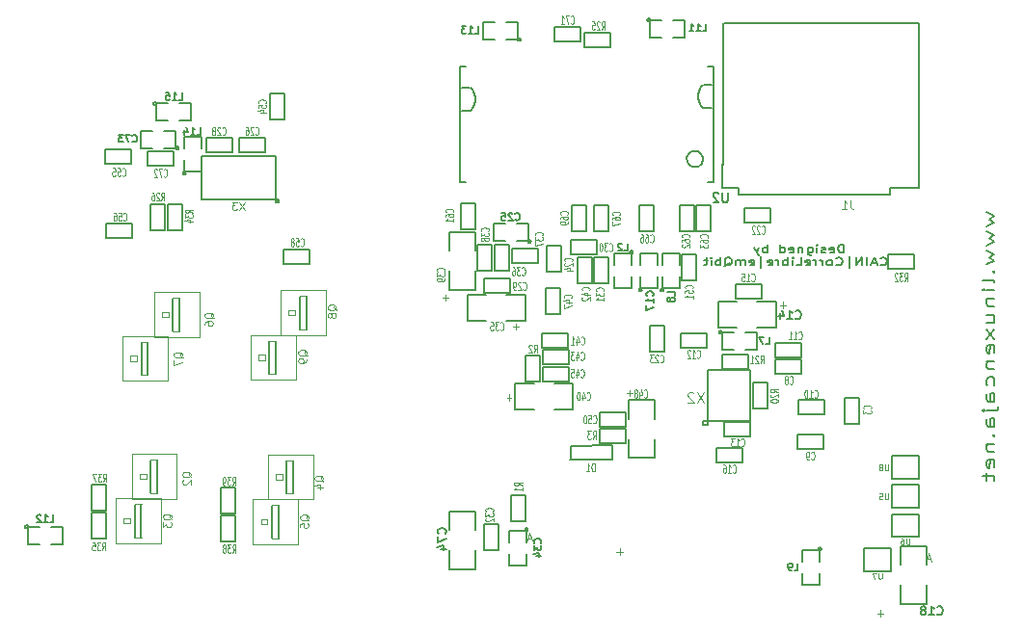
<source format=gbo>
G04 (created by PCBNEW-RS274X (2011-05-31)-stable) date Fri 07 Oct 2011 02:27:11 PM COT*
G01*
G70*
G90*
%MOIN*%
G04 Gerber Fmt 3.4, Leading zero omitted, Abs format*
%FSLAX34Y34*%
G04 APERTURE LIST*
%ADD10C,0.006000*%
%ADD11C,0.007900*%
%ADD12C,0.005900*%
%ADD13C,0.004300*%
%ADD14C,0.004500*%
%ADD15C,0.007000*%
%ADD16C,0.005000*%
%ADD17C,0.008000*%
%ADD18C,0.002600*%
%ADD19C,0.002000*%
%ADD20C,0.003900*%
%ADD21C,0.004000*%
%ADD22C,0.003500*%
G04 APERTURE END LIST*
G54D10*
G54D11*
X67152Y-40543D02*
X67414Y-40663D01*
X67227Y-40783D01*
X67414Y-40903D01*
X67152Y-41023D01*
X67152Y-41203D02*
X67414Y-41323D01*
X67227Y-41443D01*
X67414Y-41563D01*
X67152Y-41683D01*
X67152Y-41863D02*
X67414Y-41983D01*
X67227Y-42103D01*
X67414Y-42223D01*
X67152Y-42343D01*
X67377Y-42583D02*
X67396Y-42613D01*
X67414Y-42583D01*
X67396Y-42553D01*
X67377Y-42583D01*
X67414Y-42583D01*
X67414Y-42973D02*
X67396Y-42913D01*
X67358Y-42883D01*
X67020Y-42883D01*
X67414Y-43213D02*
X67152Y-43213D01*
X67020Y-43213D02*
X67039Y-43183D01*
X67058Y-43213D01*
X67039Y-43243D01*
X67020Y-43213D01*
X67058Y-43213D01*
X67152Y-43513D02*
X67414Y-43513D01*
X67189Y-43513D02*
X67171Y-43543D01*
X67152Y-43603D01*
X67152Y-43693D01*
X67171Y-43753D01*
X67208Y-43783D01*
X67414Y-43783D01*
X67152Y-44353D02*
X67414Y-44353D01*
X67152Y-44083D02*
X67358Y-44083D01*
X67396Y-44113D01*
X67414Y-44173D01*
X67414Y-44263D01*
X67396Y-44323D01*
X67377Y-44353D01*
X67414Y-44593D02*
X67152Y-44923D01*
X67152Y-44593D02*
X67414Y-44923D01*
X67396Y-45403D02*
X67414Y-45343D01*
X67414Y-45223D01*
X67396Y-45163D01*
X67358Y-45133D01*
X67208Y-45133D01*
X67171Y-45163D01*
X67152Y-45223D01*
X67152Y-45343D01*
X67171Y-45403D01*
X67208Y-45433D01*
X67246Y-45433D01*
X67283Y-45133D01*
X67152Y-45703D02*
X67414Y-45703D01*
X67189Y-45703D02*
X67171Y-45733D01*
X67152Y-45793D01*
X67152Y-45883D01*
X67171Y-45943D01*
X67208Y-45973D01*
X67414Y-45973D01*
X67396Y-46543D02*
X67414Y-46483D01*
X67414Y-46363D01*
X67396Y-46303D01*
X67377Y-46273D01*
X67339Y-46243D01*
X67227Y-46243D01*
X67189Y-46273D01*
X67171Y-46303D01*
X67152Y-46363D01*
X67152Y-46483D01*
X67171Y-46543D01*
X67414Y-47083D02*
X67208Y-47083D01*
X67171Y-47053D01*
X67152Y-46993D01*
X67152Y-46873D01*
X67171Y-46813D01*
X67396Y-47083D02*
X67414Y-47023D01*
X67414Y-46873D01*
X67396Y-46813D01*
X67358Y-46783D01*
X67321Y-46783D01*
X67283Y-46813D01*
X67264Y-46873D01*
X67264Y-47023D01*
X67246Y-47083D01*
X67152Y-47383D02*
X67490Y-47383D01*
X67527Y-47353D01*
X67546Y-47293D01*
X67546Y-47263D01*
X67020Y-47383D02*
X67039Y-47353D01*
X67058Y-47383D01*
X67039Y-47413D01*
X67020Y-47383D01*
X67058Y-47383D01*
X67414Y-47953D02*
X67208Y-47953D01*
X67171Y-47923D01*
X67152Y-47863D01*
X67152Y-47743D01*
X67171Y-47683D01*
X67396Y-47953D02*
X67414Y-47893D01*
X67414Y-47743D01*
X67396Y-47683D01*
X67358Y-47653D01*
X67321Y-47653D01*
X67283Y-47683D01*
X67264Y-47743D01*
X67264Y-47893D01*
X67246Y-47953D01*
X67377Y-48253D02*
X67396Y-48283D01*
X67414Y-48253D01*
X67396Y-48223D01*
X67377Y-48253D01*
X67414Y-48253D01*
X67152Y-48553D02*
X67414Y-48553D01*
X67189Y-48553D02*
X67171Y-48583D01*
X67152Y-48643D01*
X67152Y-48733D01*
X67171Y-48793D01*
X67208Y-48823D01*
X67414Y-48823D01*
X67396Y-49363D02*
X67414Y-49303D01*
X67414Y-49183D01*
X67396Y-49123D01*
X67358Y-49093D01*
X67208Y-49093D01*
X67171Y-49123D01*
X67152Y-49183D01*
X67152Y-49303D01*
X67171Y-49363D01*
X67208Y-49393D01*
X67246Y-49393D01*
X67283Y-49093D01*
X67152Y-49573D02*
X67152Y-49813D01*
X67020Y-49663D02*
X67358Y-49663D01*
X67396Y-49693D01*
X67414Y-49753D01*
X67414Y-49813D01*
G54D12*
X62221Y-41931D02*
X62221Y-41655D01*
X62136Y-41655D01*
X62086Y-41668D01*
X62052Y-41694D01*
X62035Y-41720D01*
X62018Y-41773D01*
X62018Y-41812D01*
X62035Y-41865D01*
X62052Y-41891D01*
X62086Y-41918D01*
X62136Y-41931D01*
X62221Y-41931D01*
X61732Y-41918D02*
X61766Y-41931D01*
X61833Y-41931D01*
X61867Y-41918D01*
X61884Y-41891D01*
X61884Y-41786D01*
X61867Y-41760D01*
X61833Y-41747D01*
X61766Y-41747D01*
X61732Y-41760D01*
X61715Y-41786D01*
X61715Y-41812D01*
X61884Y-41839D01*
X61581Y-41918D02*
X61547Y-41931D01*
X61479Y-41931D01*
X61446Y-41918D01*
X61429Y-41891D01*
X61429Y-41878D01*
X61446Y-41852D01*
X61479Y-41839D01*
X61530Y-41839D01*
X61564Y-41826D01*
X61581Y-41799D01*
X61581Y-41786D01*
X61564Y-41760D01*
X61530Y-41747D01*
X61479Y-41747D01*
X61446Y-41760D01*
X61277Y-41931D02*
X61277Y-41747D01*
X61277Y-41655D02*
X61294Y-41668D01*
X61277Y-41681D01*
X61260Y-41668D01*
X61277Y-41655D01*
X61277Y-41681D01*
X60956Y-41747D02*
X60956Y-41970D01*
X60973Y-41996D01*
X60990Y-42010D01*
X61023Y-42023D01*
X61074Y-42023D01*
X61108Y-42010D01*
X60956Y-41918D02*
X60990Y-41931D01*
X61057Y-41931D01*
X61091Y-41918D01*
X61108Y-41904D01*
X61125Y-41878D01*
X61125Y-41799D01*
X61108Y-41773D01*
X61091Y-41760D01*
X61057Y-41747D01*
X60990Y-41747D01*
X60956Y-41760D01*
X60788Y-41747D02*
X60788Y-41931D01*
X60788Y-41773D02*
X60771Y-41760D01*
X60737Y-41747D01*
X60687Y-41747D01*
X60653Y-41760D01*
X60636Y-41786D01*
X60636Y-41931D01*
X60333Y-41918D02*
X60367Y-41931D01*
X60434Y-41931D01*
X60468Y-41918D01*
X60485Y-41891D01*
X60485Y-41786D01*
X60468Y-41760D01*
X60434Y-41747D01*
X60367Y-41747D01*
X60333Y-41760D01*
X60316Y-41786D01*
X60316Y-41812D01*
X60485Y-41839D01*
X60013Y-41931D02*
X60013Y-41655D01*
X60013Y-41918D02*
X60047Y-41931D01*
X60114Y-41931D01*
X60148Y-41918D01*
X60165Y-41904D01*
X60182Y-41878D01*
X60182Y-41799D01*
X60165Y-41773D01*
X60148Y-41760D01*
X60114Y-41747D01*
X60047Y-41747D01*
X60013Y-41760D01*
X59575Y-41931D02*
X59575Y-41655D01*
X59575Y-41760D02*
X59541Y-41747D01*
X59474Y-41747D01*
X59440Y-41760D01*
X59423Y-41773D01*
X59406Y-41799D01*
X59406Y-41878D01*
X59423Y-41904D01*
X59440Y-41918D01*
X59474Y-41931D01*
X59541Y-41931D01*
X59575Y-41918D01*
X59288Y-41747D02*
X59204Y-41931D01*
X59120Y-41747D02*
X59204Y-41931D01*
X59238Y-41996D01*
X59255Y-42010D01*
X59288Y-42023D01*
X63475Y-42349D02*
X63492Y-42363D01*
X63543Y-42376D01*
X63577Y-42376D01*
X63627Y-42363D01*
X63661Y-42336D01*
X63678Y-42310D01*
X63695Y-42257D01*
X63695Y-42218D01*
X63678Y-42165D01*
X63661Y-42139D01*
X63627Y-42113D01*
X63577Y-42100D01*
X63543Y-42100D01*
X63492Y-42113D01*
X63475Y-42126D01*
X63341Y-42297D02*
X63172Y-42297D01*
X63374Y-42376D02*
X63256Y-42100D01*
X63138Y-42376D01*
X63021Y-42376D02*
X63021Y-42100D01*
X62852Y-42376D02*
X62852Y-42100D01*
X62649Y-42376D01*
X62649Y-42100D01*
X62396Y-42468D02*
X62396Y-42073D01*
X61941Y-42349D02*
X61958Y-42363D01*
X62009Y-42376D01*
X62043Y-42376D01*
X62093Y-42363D01*
X62127Y-42336D01*
X62144Y-42310D01*
X62161Y-42257D01*
X62161Y-42218D01*
X62144Y-42165D01*
X62127Y-42139D01*
X62093Y-42113D01*
X62043Y-42100D01*
X62009Y-42100D01*
X61958Y-42113D01*
X61941Y-42126D01*
X61739Y-42376D02*
X61773Y-42363D01*
X61790Y-42349D01*
X61807Y-42323D01*
X61807Y-42244D01*
X61790Y-42218D01*
X61773Y-42205D01*
X61739Y-42192D01*
X61689Y-42192D01*
X61655Y-42205D01*
X61638Y-42218D01*
X61621Y-42244D01*
X61621Y-42323D01*
X61638Y-42349D01*
X61655Y-42363D01*
X61689Y-42376D01*
X61739Y-42376D01*
X61470Y-42376D02*
X61470Y-42192D01*
X61470Y-42244D02*
X61453Y-42218D01*
X61436Y-42205D01*
X61402Y-42192D01*
X61369Y-42192D01*
X61251Y-42376D02*
X61251Y-42192D01*
X61251Y-42244D02*
X61234Y-42218D01*
X61217Y-42205D01*
X61183Y-42192D01*
X61150Y-42192D01*
X60897Y-42363D02*
X60931Y-42376D01*
X60998Y-42376D01*
X61032Y-42363D01*
X61049Y-42336D01*
X61049Y-42231D01*
X61032Y-42205D01*
X60998Y-42192D01*
X60931Y-42192D01*
X60897Y-42205D01*
X60880Y-42231D01*
X60880Y-42257D01*
X61049Y-42284D01*
X60560Y-42376D02*
X60729Y-42376D01*
X60729Y-42100D01*
X60442Y-42376D02*
X60442Y-42192D01*
X60442Y-42100D02*
X60459Y-42113D01*
X60442Y-42126D01*
X60425Y-42113D01*
X60442Y-42100D01*
X60442Y-42126D01*
X60273Y-42376D02*
X60273Y-42100D01*
X60273Y-42205D02*
X60239Y-42192D01*
X60172Y-42192D01*
X60138Y-42205D01*
X60121Y-42218D01*
X60104Y-42244D01*
X60104Y-42323D01*
X60121Y-42349D01*
X60138Y-42363D01*
X60172Y-42376D01*
X60239Y-42376D01*
X60273Y-42363D01*
X59953Y-42376D02*
X59953Y-42192D01*
X59953Y-42244D02*
X59936Y-42218D01*
X59919Y-42205D01*
X59885Y-42192D01*
X59852Y-42192D01*
X59599Y-42363D02*
X59633Y-42376D01*
X59700Y-42376D01*
X59734Y-42363D01*
X59751Y-42336D01*
X59751Y-42231D01*
X59734Y-42205D01*
X59700Y-42192D01*
X59633Y-42192D01*
X59599Y-42205D01*
X59582Y-42231D01*
X59582Y-42257D01*
X59751Y-42284D01*
X59346Y-42468D02*
X59346Y-42073D01*
X58959Y-42363D02*
X58993Y-42376D01*
X59060Y-42376D01*
X59094Y-42363D01*
X59111Y-42336D01*
X59111Y-42231D01*
X59094Y-42205D01*
X59060Y-42192D01*
X58993Y-42192D01*
X58959Y-42205D01*
X58942Y-42231D01*
X58942Y-42257D01*
X59111Y-42284D01*
X58791Y-42376D02*
X58791Y-42192D01*
X58791Y-42218D02*
X58774Y-42205D01*
X58740Y-42192D01*
X58690Y-42192D01*
X58656Y-42205D01*
X58639Y-42231D01*
X58639Y-42376D01*
X58639Y-42231D02*
X58622Y-42205D01*
X58588Y-42192D01*
X58538Y-42192D01*
X58504Y-42205D01*
X58487Y-42231D01*
X58487Y-42376D01*
X58083Y-42402D02*
X58116Y-42389D01*
X58150Y-42363D01*
X58201Y-42323D01*
X58234Y-42310D01*
X58268Y-42310D01*
X58251Y-42376D02*
X58285Y-42363D01*
X58319Y-42336D01*
X58336Y-42284D01*
X58336Y-42192D01*
X58319Y-42139D01*
X58285Y-42113D01*
X58251Y-42100D01*
X58184Y-42100D01*
X58150Y-42113D01*
X58116Y-42139D01*
X58100Y-42192D01*
X58100Y-42284D01*
X58116Y-42336D01*
X58150Y-42363D01*
X58184Y-42376D01*
X58251Y-42376D01*
X57948Y-42376D02*
X57948Y-42100D01*
X57948Y-42205D02*
X57914Y-42192D01*
X57847Y-42192D01*
X57813Y-42205D01*
X57796Y-42218D01*
X57779Y-42244D01*
X57779Y-42323D01*
X57796Y-42349D01*
X57813Y-42363D01*
X57847Y-42376D01*
X57914Y-42376D01*
X57948Y-42363D01*
X57628Y-42376D02*
X57628Y-42192D01*
X57628Y-42100D02*
X57645Y-42113D01*
X57628Y-42126D01*
X57611Y-42113D01*
X57628Y-42100D01*
X57628Y-42126D01*
X57509Y-42192D02*
X57374Y-42192D01*
X57459Y-42100D02*
X57459Y-42336D01*
X57442Y-42363D01*
X57408Y-42376D01*
X57374Y-42376D01*
G54D13*
X65219Y-52533D02*
X65088Y-52533D01*
X65246Y-52612D02*
X65154Y-52336D01*
X65062Y-52612D01*
X51419Y-51828D02*
X51288Y-51828D01*
X51446Y-51907D02*
X51354Y-51631D01*
X51262Y-51907D01*
X51419Y-51828D02*
X51288Y-51828D01*
X51446Y-51907D02*
X51354Y-51631D01*
X51262Y-51907D01*
X60211Y-43747D02*
X60001Y-43747D01*
X60106Y-43852D02*
X60106Y-43641D01*
X63585Y-54413D02*
X63375Y-54413D01*
X63480Y-54518D02*
X63480Y-54307D01*
X54562Y-52279D02*
X54352Y-52279D01*
X54457Y-52384D02*
X54457Y-52173D01*
X48542Y-43487D02*
X48332Y-43487D01*
X48437Y-43592D02*
X48437Y-43381D01*
X54904Y-46802D02*
X54694Y-46802D01*
X54799Y-46907D02*
X54799Y-46696D01*
X50971Y-44487D02*
X50761Y-44487D01*
X50866Y-44592D02*
X50866Y-44381D01*
G54D14*
X50718Y-46944D02*
X50581Y-46944D01*
X50650Y-47050D02*
X50650Y-46837D01*
G54D11*
X52752Y-49107D02*
X54205Y-49103D01*
X54216Y-49083D02*
X54216Y-48607D01*
X54216Y-48607D02*
X52756Y-48611D01*
X52756Y-48611D02*
X52756Y-49071D01*
G54D15*
X58026Y-38889D02*
X58026Y-34029D01*
X58026Y-34029D02*
X58076Y-33979D01*
X58076Y-33979D02*
X64816Y-33979D01*
X64816Y-33979D02*
X64816Y-39689D01*
X64816Y-39689D02*
X63806Y-39689D01*
X63806Y-39689D02*
X63806Y-39919D01*
X63806Y-39919D02*
X58576Y-39919D01*
X58576Y-39919D02*
X58576Y-39709D01*
X58576Y-39709D02*
X58016Y-39709D01*
X58016Y-39709D02*
X58016Y-38859D01*
G54D16*
X54913Y-41917D02*
X54912Y-41926D01*
X54909Y-41936D01*
X54904Y-41944D01*
X54898Y-41952D01*
X54890Y-41958D01*
X54882Y-41963D01*
X54873Y-41965D01*
X54863Y-41966D01*
X54854Y-41966D01*
X54845Y-41963D01*
X54836Y-41958D01*
X54829Y-41952D01*
X54822Y-41945D01*
X54818Y-41936D01*
X54815Y-41927D01*
X54814Y-41917D01*
X54814Y-41908D01*
X54817Y-41899D01*
X54821Y-41890D01*
X54828Y-41883D01*
X54835Y-41876D01*
X54843Y-41872D01*
X54853Y-41869D01*
X54862Y-41868D01*
X54871Y-41868D01*
X54881Y-41871D01*
X54889Y-41875D01*
X54897Y-41881D01*
X54903Y-41889D01*
X54908Y-41897D01*
X54911Y-41906D01*
X54912Y-41916D01*
X54913Y-41917D01*
X54863Y-42367D02*
X54863Y-41967D01*
X54863Y-41967D02*
X54263Y-41967D01*
X54263Y-41967D02*
X54263Y-42367D01*
X54263Y-42767D02*
X54263Y-43167D01*
X54263Y-43167D02*
X54863Y-43167D01*
X54863Y-43167D02*
X54863Y-42767D01*
X64643Y-41994D02*
X63743Y-41994D01*
X63743Y-41994D02*
X63743Y-42494D01*
X63743Y-42494D02*
X64643Y-42494D01*
X64643Y-42494D02*
X64643Y-41994D01*
X62746Y-47856D02*
X62746Y-46956D01*
X62746Y-46956D02*
X62246Y-46956D01*
X62246Y-46956D02*
X62246Y-47856D01*
X62246Y-47856D02*
X62746Y-47856D01*
X50850Y-47371D02*
X50850Y-46471D01*
X50850Y-46471D02*
X51500Y-46471D01*
X52200Y-47371D02*
X52850Y-47371D01*
X52850Y-47371D02*
X52850Y-46471D01*
X52850Y-46471D02*
X52200Y-46471D01*
X51500Y-47371D02*
X50850Y-47371D01*
X54786Y-47035D02*
X55686Y-47035D01*
X55686Y-47035D02*
X55686Y-47685D01*
X54786Y-48385D02*
X54786Y-49035D01*
X54786Y-49035D02*
X55686Y-49035D01*
X55686Y-49035D02*
X55686Y-48385D01*
X54786Y-47685D02*
X54786Y-47035D01*
X51189Y-43385D02*
X51189Y-44285D01*
X51189Y-44285D02*
X50539Y-44285D01*
X49839Y-43385D02*
X49189Y-43385D01*
X49189Y-43385D02*
X49189Y-44285D01*
X49189Y-44285D02*
X49839Y-44285D01*
X50539Y-43385D02*
X51189Y-43385D01*
X49458Y-43217D02*
X48558Y-43217D01*
X48558Y-43217D02*
X48558Y-42567D01*
X49458Y-41867D02*
X49458Y-41217D01*
X49458Y-41217D02*
X48558Y-41217D01*
X48558Y-41217D02*
X48558Y-41867D01*
X49458Y-42567D02*
X49458Y-43217D01*
X53251Y-34817D02*
X54151Y-34817D01*
X54151Y-34817D02*
X54151Y-34317D01*
X54151Y-34317D02*
X53251Y-34317D01*
X53251Y-34317D02*
X53251Y-34817D01*
X53107Y-34140D02*
X52207Y-34140D01*
X52207Y-34140D02*
X52207Y-34640D01*
X52207Y-34640D02*
X53107Y-34640D01*
X53107Y-34640D02*
X53107Y-34140D01*
X48978Y-40219D02*
X48978Y-41119D01*
X48978Y-41119D02*
X49478Y-41119D01*
X49478Y-41119D02*
X49478Y-40219D01*
X49478Y-40219D02*
X48978Y-40219D01*
X56541Y-40302D02*
X56541Y-41202D01*
X56541Y-41202D02*
X57041Y-41202D01*
X57041Y-41202D02*
X57041Y-40302D01*
X57041Y-40302D02*
X56541Y-40302D01*
X57116Y-40302D02*
X57116Y-41202D01*
X57116Y-41202D02*
X57616Y-41202D01*
X57616Y-41202D02*
X57616Y-40302D01*
X57616Y-40302D02*
X57116Y-40302D01*
X52805Y-40298D02*
X52805Y-41198D01*
X52805Y-41198D02*
X53305Y-41198D01*
X53305Y-41198D02*
X53305Y-40298D01*
X53305Y-40298D02*
X52805Y-40298D01*
X53585Y-40298D02*
X53585Y-41198D01*
X53585Y-41198D02*
X54085Y-41198D01*
X54085Y-41198D02*
X54085Y-40298D01*
X54085Y-40298D02*
X53585Y-40298D01*
X55128Y-40302D02*
X55128Y-41202D01*
X55128Y-41202D02*
X55628Y-41202D01*
X55628Y-41202D02*
X55628Y-40302D01*
X55628Y-40302D02*
X55128Y-40302D01*
X55490Y-44475D02*
X55490Y-45375D01*
X55490Y-45375D02*
X55990Y-45375D01*
X55990Y-45375D02*
X55990Y-44475D01*
X55990Y-44475D02*
X55490Y-44475D01*
X50686Y-42817D02*
X49786Y-42817D01*
X49786Y-42817D02*
X49786Y-43317D01*
X49786Y-43317D02*
X50686Y-43317D01*
X50686Y-43317D02*
X50686Y-42817D01*
X49774Y-51330D02*
X49774Y-52230D01*
X49774Y-52230D02*
X50274Y-52230D01*
X50274Y-52230D02*
X50274Y-51330D01*
X50274Y-51330D02*
X49774Y-51330D01*
X50695Y-50330D02*
X50695Y-51230D01*
X50695Y-51230D02*
X51195Y-51230D01*
X51195Y-51230D02*
X51195Y-50330D01*
X51195Y-50330D02*
X50695Y-50330D01*
X51203Y-45492D02*
X51203Y-46392D01*
X51203Y-46392D02*
X51703Y-46392D01*
X51703Y-46392D02*
X51703Y-45492D01*
X51703Y-45492D02*
X51203Y-45492D01*
X51786Y-45211D02*
X52686Y-45211D01*
X52686Y-45211D02*
X52686Y-44711D01*
X52686Y-44711D02*
X51786Y-44711D01*
X51786Y-44711D02*
X51786Y-45211D01*
X51794Y-45806D02*
X52694Y-45806D01*
X52694Y-45806D02*
X52694Y-45306D01*
X52694Y-45306D02*
X51794Y-45306D01*
X51794Y-45306D02*
X51794Y-45806D01*
X51794Y-46393D02*
X52694Y-46393D01*
X52694Y-46393D02*
X52694Y-45893D01*
X52694Y-45893D02*
X51794Y-45893D01*
X51794Y-45893D02*
X51794Y-46393D01*
X53778Y-48522D02*
X54678Y-48522D01*
X54678Y-48522D02*
X54678Y-48022D01*
X54678Y-48022D02*
X53778Y-48022D01*
X53778Y-48022D02*
X53778Y-48522D01*
X53778Y-47947D02*
X54678Y-47947D01*
X54678Y-47947D02*
X54678Y-47447D01*
X54678Y-47447D02*
X53778Y-47447D01*
X53778Y-47447D02*
X53778Y-47947D01*
X58786Y-40907D02*
X59686Y-40907D01*
X59686Y-40907D02*
X59686Y-40407D01*
X59686Y-40407D02*
X58786Y-40407D01*
X58786Y-40407D02*
X58786Y-40907D01*
X52435Y-42596D02*
X52435Y-41696D01*
X52435Y-41696D02*
X51935Y-41696D01*
X51935Y-41696D02*
X51935Y-42596D01*
X51935Y-42596D02*
X52435Y-42596D01*
X54081Y-42981D02*
X54081Y-42081D01*
X54081Y-42081D02*
X53581Y-42081D01*
X53581Y-42081D02*
X53581Y-42981D01*
X53581Y-42981D02*
X54081Y-42981D01*
X53514Y-42981D02*
X53514Y-42081D01*
X53514Y-42081D02*
X53014Y-42081D01*
X53014Y-42081D02*
X53014Y-42981D01*
X53014Y-42981D02*
X53514Y-42981D01*
X50623Y-42569D02*
X50623Y-41669D01*
X50623Y-41669D02*
X50123Y-41669D01*
X50123Y-41669D02*
X50123Y-42569D01*
X50123Y-42569D02*
X50623Y-42569D01*
X51639Y-41805D02*
X50739Y-41805D01*
X50739Y-41805D02*
X50739Y-42305D01*
X50739Y-42305D02*
X51639Y-42305D01*
X51639Y-42305D02*
X51639Y-41805D01*
X50049Y-42569D02*
X50049Y-41669D01*
X50049Y-41669D02*
X49549Y-41669D01*
X49549Y-41669D02*
X49549Y-42569D01*
X49549Y-42569D02*
X50049Y-42569D01*
X51896Y-43152D02*
X51896Y-44052D01*
X51896Y-44052D02*
X52396Y-44052D01*
X52396Y-44052D02*
X52396Y-43152D01*
X52396Y-43152D02*
X51896Y-43152D01*
X52763Y-42006D02*
X53663Y-42006D01*
X53663Y-42006D02*
X53663Y-41506D01*
X53663Y-41506D02*
X52763Y-41506D01*
X52763Y-41506D02*
X52763Y-42006D01*
X57104Y-42895D02*
X57104Y-41995D01*
X57104Y-41995D02*
X56604Y-41995D01*
X56604Y-41995D02*
X56604Y-42895D01*
X56604Y-42895D02*
X57104Y-42895D01*
X57862Y-44541D02*
X57862Y-43641D01*
X57862Y-43641D02*
X58512Y-43641D01*
X59212Y-44541D02*
X59862Y-44541D01*
X59862Y-44541D02*
X59862Y-43641D01*
X59862Y-43641D02*
X59212Y-43641D01*
X58512Y-44541D02*
X57862Y-44541D01*
X59061Y-46436D02*
X59061Y-47336D01*
X59061Y-47336D02*
X59561Y-47336D01*
X59561Y-47336D02*
X59561Y-46436D01*
X59561Y-46436D02*
X59061Y-46436D01*
X58915Y-45467D02*
X58015Y-45467D01*
X58015Y-45467D02*
X58015Y-45967D01*
X58015Y-45967D02*
X58915Y-45967D01*
X58915Y-45967D02*
X58915Y-45467D01*
X57790Y-49179D02*
X58690Y-49179D01*
X58690Y-49179D02*
X58690Y-48679D01*
X58690Y-48679D02*
X57790Y-48679D01*
X57790Y-48679D02*
X57790Y-49179D01*
X60629Y-47537D02*
X61529Y-47537D01*
X61529Y-47537D02*
X61529Y-47037D01*
X61529Y-47037D02*
X60629Y-47037D01*
X60629Y-47037D02*
X60629Y-47537D01*
X59849Y-45557D02*
X60749Y-45557D01*
X60749Y-45557D02*
X60749Y-45057D01*
X60749Y-45057D02*
X59849Y-45057D01*
X59849Y-45057D02*
X59849Y-45557D01*
X60597Y-48719D02*
X61497Y-48719D01*
X61497Y-48719D02*
X61497Y-48219D01*
X61497Y-48219D02*
X60597Y-48219D01*
X60597Y-48219D02*
X60597Y-48719D01*
X59849Y-46128D02*
X60749Y-46128D01*
X60749Y-46128D02*
X60749Y-45628D01*
X60749Y-45628D02*
X59849Y-45628D01*
X59849Y-45628D02*
X59849Y-46128D01*
X57470Y-44719D02*
X56570Y-44719D01*
X56570Y-44719D02*
X56570Y-45219D01*
X56570Y-45219D02*
X57470Y-45219D01*
X57470Y-45219D02*
X57470Y-44719D01*
X58078Y-48281D02*
X58978Y-48281D01*
X58978Y-48281D02*
X58978Y-47781D01*
X58978Y-47781D02*
X58078Y-47781D01*
X58078Y-47781D02*
X58078Y-48281D01*
X58471Y-43514D02*
X59371Y-43514D01*
X59371Y-43514D02*
X59371Y-43014D01*
X59371Y-43014D02*
X58471Y-43014D01*
X58471Y-43014D02*
X58471Y-43514D01*
X61430Y-52188D02*
X61429Y-52197D01*
X61426Y-52207D01*
X61421Y-52215D01*
X61415Y-52223D01*
X61407Y-52229D01*
X61399Y-52234D01*
X61390Y-52236D01*
X61380Y-52237D01*
X61371Y-52237D01*
X61362Y-52234D01*
X61353Y-52229D01*
X61346Y-52223D01*
X61339Y-52216D01*
X61335Y-52207D01*
X61332Y-52198D01*
X61331Y-52188D01*
X61331Y-52179D01*
X61334Y-52170D01*
X61338Y-52161D01*
X61345Y-52154D01*
X61352Y-52147D01*
X61360Y-52143D01*
X61370Y-52140D01*
X61379Y-52139D01*
X61388Y-52139D01*
X61398Y-52142D01*
X61406Y-52146D01*
X61414Y-52152D01*
X61420Y-52160D01*
X61425Y-52168D01*
X61428Y-52177D01*
X61429Y-52187D01*
X61430Y-52188D01*
X61380Y-52638D02*
X61380Y-52238D01*
X61380Y-52238D02*
X60780Y-52238D01*
X60780Y-52238D02*
X60780Y-52638D01*
X60780Y-53038D02*
X60780Y-53438D01*
X60780Y-53438D02*
X61380Y-53438D01*
X61380Y-53438D02*
X61380Y-53038D01*
X55974Y-43221D02*
X55973Y-43230D01*
X55970Y-43240D01*
X55965Y-43248D01*
X55959Y-43256D01*
X55951Y-43262D01*
X55943Y-43267D01*
X55934Y-43269D01*
X55924Y-43270D01*
X55915Y-43270D01*
X55906Y-43267D01*
X55897Y-43262D01*
X55890Y-43256D01*
X55883Y-43249D01*
X55879Y-43240D01*
X55876Y-43231D01*
X55875Y-43221D01*
X55875Y-43212D01*
X55878Y-43203D01*
X55882Y-43194D01*
X55889Y-43187D01*
X55896Y-43180D01*
X55904Y-43176D01*
X55914Y-43173D01*
X55923Y-43172D01*
X55932Y-43172D01*
X55942Y-43175D01*
X55950Y-43179D01*
X55958Y-43185D01*
X55964Y-43193D01*
X55969Y-43201D01*
X55972Y-43210D01*
X55973Y-43220D01*
X55974Y-43221D01*
X55924Y-42771D02*
X55924Y-43171D01*
X55924Y-43171D02*
X56524Y-43171D01*
X56524Y-43171D02*
X56524Y-42771D01*
X56524Y-42371D02*
X56524Y-41971D01*
X56524Y-41971D02*
X55924Y-41971D01*
X55924Y-41971D02*
X55924Y-42371D01*
X57994Y-44688D02*
X57993Y-44697D01*
X57990Y-44707D01*
X57985Y-44715D01*
X57979Y-44723D01*
X57971Y-44729D01*
X57963Y-44734D01*
X57954Y-44736D01*
X57944Y-44737D01*
X57935Y-44737D01*
X57926Y-44734D01*
X57917Y-44729D01*
X57910Y-44723D01*
X57903Y-44716D01*
X57899Y-44707D01*
X57896Y-44698D01*
X57895Y-44688D01*
X57895Y-44679D01*
X57898Y-44670D01*
X57902Y-44661D01*
X57909Y-44654D01*
X57916Y-44647D01*
X57924Y-44643D01*
X57934Y-44640D01*
X57943Y-44639D01*
X57952Y-44639D01*
X57962Y-44642D01*
X57970Y-44646D01*
X57978Y-44652D01*
X57984Y-44660D01*
X57989Y-44668D01*
X57992Y-44677D01*
X57993Y-44687D01*
X57994Y-44688D01*
X58394Y-44688D02*
X57994Y-44688D01*
X57994Y-44688D02*
X57994Y-45288D01*
X57994Y-45288D02*
X58394Y-45288D01*
X58794Y-45288D02*
X59194Y-45288D01*
X59194Y-45288D02*
X59194Y-44688D01*
X59194Y-44688D02*
X58794Y-44688D01*
X55222Y-43221D02*
X55221Y-43230D01*
X55218Y-43240D01*
X55213Y-43248D01*
X55207Y-43256D01*
X55199Y-43262D01*
X55191Y-43267D01*
X55182Y-43269D01*
X55172Y-43270D01*
X55163Y-43270D01*
X55154Y-43267D01*
X55145Y-43262D01*
X55138Y-43256D01*
X55131Y-43249D01*
X55127Y-43240D01*
X55124Y-43231D01*
X55123Y-43221D01*
X55123Y-43212D01*
X55126Y-43203D01*
X55130Y-43194D01*
X55137Y-43187D01*
X55144Y-43180D01*
X55152Y-43176D01*
X55162Y-43173D01*
X55171Y-43172D01*
X55180Y-43172D01*
X55190Y-43175D01*
X55198Y-43179D01*
X55206Y-43185D01*
X55212Y-43193D01*
X55217Y-43201D01*
X55220Y-43210D01*
X55221Y-43220D01*
X55222Y-43221D01*
X55172Y-42771D02*
X55172Y-43171D01*
X55172Y-43171D02*
X55772Y-43171D01*
X55772Y-43171D02*
X55772Y-42771D01*
X55772Y-42371D02*
X55772Y-41971D01*
X55772Y-41971D02*
X55172Y-41971D01*
X55172Y-41971D02*
X55172Y-42371D01*
X65081Y-54083D02*
X64181Y-54083D01*
X64181Y-54083D02*
X64181Y-53433D01*
X65081Y-52733D02*
X65081Y-52083D01*
X65081Y-52083D02*
X64181Y-52083D01*
X64181Y-52083D02*
X64181Y-52733D01*
X65081Y-53433D02*
X65081Y-54083D01*
X64809Y-48969D02*
X64809Y-49755D01*
X64809Y-49755D02*
X63861Y-49755D01*
X63861Y-49755D02*
X63861Y-48969D01*
X63861Y-48969D02*
X64809Y-48969D01*
X62893Y-52945D02*
X62893Y-52159D01*
X62893Y-52159D02*
X63841Y-52159D01*
X63841Y-52159D02*
X63841Y-52945D01*
X63841Y-52945D02*
X62893Y-52945D01*
X64813Y-50981D02*
X64813Y-51767D01*
X64813Y-51767D02*
X63865Y-51767D01*
X63865Y-51767D02*
X63865Y-50981D01*
X63865Y-50981D02*
X64813Y-50981D01*
X64813Y-49961D02*
X64813Y-50747D01*
X64813Y-50747D02*
X63865Y-50747D01*
X63865Y-50747D02*
X63865Y-49961D01*
X63865Y-49961D02*
X64813Y-49961D01*
G54D17*
X57338Y-38691D02*
X57332Y-38744D01*
X57317Y-38796D01*
X57291Y-38844D01*
X57257Y-38886D01*
X57215Y-38921D01*
X57167Y-38947D01*
X57115Y-38963D01*
X57061Y-38968D01*
X57008Y-38964D01*
X56956Y-38948D01*
X56908Y-38923D01*
X56866Y-38889D01*
X56831Y-38848D01*
X56805Y-38800D01*
X56789Y-38748D01*
X56783Y-38694D01*
X56787Y-38641D01*
X56802Y-38589D01*
X56827Y-38541D01*
X56861Y-38498D01*
X56902Y-38463D01*
X56949Y-38437D01*
X57001Y-38420D01*
X57055Y-38414D01*
X57108Y-38418D01*
X57160Y-38432D01*
X57208Y-38457D01*
X57251Y-38490D01*
X57287Y-38531D01*
X57313Y-38578D01*
X57331Y-38630D01*
X57337Y-38684D01*
X57338Y-38691D01*
X57355Y-36919D02*
X57651Y-36919D01*
X57355Y-36132D02*
X57651Y-36132D01*
X49285Y-37018D02*
X48989Y-37018D01*
X49285Y-36230D02*
X48989Y-36230D01*
X49302Y-37017D02*
X49335Y-36982D01*
X49365Y-36943D01*
X49391Y-36902D01*
X49413Y-36859D01*
X49432Y-36814D01*
X49447Y-36768D01*
X49457Y-36720D01*
X49463Y-36672D01*
X49466Y-36624D01*
X49463Y-36576D01*
X49457Y-36528D01*
X49447Y-36480D01*
X49432Y-36434D01*
X49413Y-36389D01*
X49391Y-36346D01*
X49365Y-36305D01*
X49335Y-36266D01*
X49302Y-36231D01*
X57338Y-36133D02*
X57305Y-36168D01*
X57275Y-36207D01*
X57249Y-36248D01*
X57227Y-36291D01*
X57208Y-36336D01*
X57193Y-36382D01*
X57183Y-36430D01*
X57177Y-36478D01*
X57174Y-36526D01*
X57177Y-36574D01*
X57183Y-36622D01*
X57193Y-36670D01*
X57208Y-36716D01*
X57227Y-36761D01*
X57249Y-36804D01*
X57275Y-36845D01*
X57305Y-36884D01*
X57338Y-36919D01*
X57690Y-39510D02*
X57513Y-39510D01*
X48950Y-39510D02*
X49127Y-39510D01*
X48950Y-35510D02*
X49127Y-35510D01*
X57690Y-35510D02*
X57513Y-35510D01*
X57694Y-35510D02*
X57694Y-39510D01*
X48946Y-35510D02*
X48946Y-39510D01*
G54D11*
X57504Y-47890D02*
X57504Y-46000D01*
X57504Y-46000D02*
X58961Y-46000D01*
X58961Y-46000D02*
X58961Y-47771D01*
X58961Y-47771D02*
X57426Y-47771D01*
X57426Y-47771D02*
X57347Y-47771D01*
X57347Y-47771D02*
X57347Y-47890D01*
X57347Y-47890D02*
X57465Y-47890D01*
G54D16*
X51288Y-51504D02*
X51287Y-51513D01*
X51284Y-51523D01*
X51279Y-51531D01*
X51273Y-51539D01*
X51265Y-51545D01*
X51257Y-51550D01*
X51248Y-51552D01*
X51238Y-51553D01*
X51229Y-51553D01*
X51220Y-51550D01*
X51211Y-51545D01*
X51204Y-51539D01*
X51197Y-51532D01*
X51193Y-51523D01*
X51190Y-51514D01*
X51189Y-51504D01*
X51189Y-51495D01*
X51192Y-51486D01*
X51196Y-51477D01*
X51203Y-51470D01*
X51210Y-51463D01*
X51218Y-51459D01*
X51228Y-51456D01*
X51237Y-51455D01*
X51246Y-51455D01*
X51256Y-51458D01*
X51264Y-51462D01*
X51272Y-51468D01*
X51278Y-51476D01*
X51283Y-51484D01*
X51286Y-51493D01*
X51287Y-51503D01*
X51288Y-51504D01*
X51238Y-51954D02*
X51238Y-51554D01*
X51238Y-51554D02*
X50638Y-51554D01*
X50638Y-51554D02*
X50638Y-51954D01*
X50638Y-52354D02*
X50638Y-52754D01*
X50638Y-52754D02*
X51238Y-52754D01*
X51238Y-52754D02*
X51238Y-52354D01*
X51389Y-41540D02*
X51388Y-41549D01*
X51385Y-41559D01*
X51380Y-41567D01*
X51374Y-41575D01*
X51366Y-41581D01*
X51358Y-41586D01*
X51349Y-41588D01*
X51339Y-41589D01*
X51330Y-41589D01*
X51321Y-41586D01*
X51312Y-41581D01*
X51305Y-41575D01*
X51298Y-41568D01*
X51294Y-41559D01*
X51291Y-41550D01*
X51290Y-41540D01*
X51290Y-41531D01*
X51293Y-41522D01*
X51297Y-41513D01*
X51304Y-41506D01*
X51311Y-41499D01*
X51319Y-41495D01*
X51329Y-41492D01*
X51338Y-41491D01*
X51347Y-41491D01*
X51357Y-41494D01*
X51365Y-41498D01*
X51373Y-41504D01*
X51379Y-41512D01*
X51384Y-41520D01*
X51387Y-41529D01*
X51388Y-41539D01*
X51389Y-41540D01*
X50889Y-41540D02*
X51289Y-41540D01*
X51289Y-41540D02*
X51289Y-40940D01*
X51289Y-40940D02*
X50889Y-40940D01*
X50489Y-40940D02*
X50089Y-40940D01*
X50089Y-40940D02*
X50089Y-41540D01*
X50089Y-41540D02*
X50489Y-41540D01*
X51035Y-34560D02*
X51034Y-34569D01*
X51031Y-34579D01*
X51026Y-34587D01*
X51020Y-34595D01*
X51012Y-34601D01*
X51004Y-34606D01*
X50995Y-34608D01*
X50985Y-34609D01*
X50976Y-34609D01*
X50967Y-34606D01*
X50958Y-34601D01*
X50951Y-34595D01*
X50944Y-34588D01*
X50940Y-34579D01*
X50937Y-34570D01*
X50936Y-34560D01*
X50936Y-34551D01*
X50939Y-34542D01*
X50943Y-34533D01*
X50950Y-34526D01*
X50957Y-34519D01*
X50965Y-34515D01*
X50975Y-34512D01*
X50984Y-34511D01*
X50993Y-34511D01*
X51003Y-34514D01*
X51011Y-34518D01*
X51019Y-34524D01*
X51025Y-34532D01*
X51030Y-34540D01*
X51033Y-34549D01*
X51034Y-34559D01*
X51035Y-34560D01*
X50535Y-34560D02*
X50935Y-34560D01*
X50935Y-34560D02*
X50935Y-33960D01*
X50935Y-33960D02*
X50535Y-33960D01*
X50135Y-33960D02*
X49735Y-33960D01*
X49735Y-33960D02*
X49735Y-34560D01*
X49735Y-34560D02*
X50135Y-34560D01*
X34005Y-51413D02*
X34004Y-51422D01*
X34001Y-51432D01*
X33996Y-51440D01*
X33990Y-51448D01*
X33982Y-51454D01*
X33974Y-51459D01*
X33965Y-51461D01*
X33955Y-51462D01*
X33946Y-51462D01*
X33937Y-51459D01*
X33928Y-51454D01*
X33921Y-51448D01*
X33914Y-51441D01*
X33910Y-51432D01*
X33907Y-51423D01*
X33906Y-51413D01*
X33906Y-51404D01*
X33909Y-51395D01*
X33913Y-51386D01*
X33920Y-51379D01*
X33927Y-51372D01*
X33935Y-51368D01*
X33945Y-51365D01*
X33954Y-51364D01*
X33963Y-51364D01*
X33973Y-51367D01*
X33981Y-51371D01*
X33989Y-51377D01*
X33995Y-51385D01*
X34000Y-51393D01*
X34003Y-51402D01*
X34004Y-51412D01*
X34005Y-51413D01*
X34405Y-51413D02*
X34005Y-51413D01*
X34005Y-51413D02*
X34005Y-52013D01*
X34005Y-52013D02*
X34405Y-52013D01*
X34805Y-52013D02*
X35205Y-52013D01*
X35205Y-52013D02*
X35205Y-51413D01*
X35205Y-51413D02*
X34805Y-51413D01*
X55518Y-33881D02*
X55517Y-33890D01*
X55514Y-33900D01*
X55509Y-33908D01*
X55503Y-33916D01*
X55495Y-33922D01*
X55487Y-33927D01*
X55478Y-33929D01*
X55468Y-33930D01*
X55459Y-33930D01*
X55450Y-33927D01*
X55441Y-33922D01*
X55434Y-33916D01*
X55427Y-33909D01*
X55423Y-33900D01*
X55420Y-33891D01*
X55419Y-33881D01*
X55419Y-33872D01*
X55422Y-33863D01*
X55426Y-33854D01*
X55433Y-33847D01*
X55440Y-33840D01*
X55448Y-33836D01*
X55458Y-33833D01*
X55467Y-33832D01*
X55476Y-33832D01*
X55486Y-33835D01*
X55494Y-33839D01*
X55502Y-33845D01*
X55508Y-33853D01*
X55513Y-33861D01*
X55516Y-33870D01*
X55517Y-33880D01*
X55518Y-33881D01*
X55918Y-33881D02*
X55518Y-33881D01*
X55518Y-33881D02*
X55518Y-34481D01*
X55518Y-34481D02*
X55918Y-34481D01*
X56318Y-34481D02*
X56718Y-34481D01*
X56718Y-34481D02*
X56718Y-33881D01*
X56718Y-33881D02*
X56318Y-33881D01*
X38448Y-36770D02*
X38447Y-36779D01*
X38444Y-36789D01*
X38439Y-36797D01*
X38433Y-36805D01*
X38425Y-36811D01*
X38417Y-36816D01*
X38408Y-36818D01*
X38398Y-36819D01*
X38389Y-36819D01*
X38380Y-36816D01*
X38371Y-36811D01*
X38364Y-36805D01*
X38357Y-36798D01*
X38353Y-36789D01*
X38350Y-36780D01*
X38349Y-36770D01*
X38349Y-36761D01*
X38352Y-36752D01*
X38356Y-36743D01*
X38363Y-36736D01*
X38370Y-36729D01*
X38378Y-36725D01*
X38388Y-36722D01*
X38397Y-36721D01*
X38406Y-36721D01*
X38416Y-36724D01*
X38424Y-36728D01*
X38432Y-36734D01*
X38438Y-36742D01*
X38443Y-36750D01*
X38446Y-36759D01*
X38447Y-36769D01*
X38448Y-36770D01*
X38848Y-36770D02*
X38448Y-36770D01*
X38448Y-36770D02*
X38448Y-37370D01*
X38448Y-37370D02*
X38848Y-37370D01*
X39248Y-37370D02*
X39648Y-37370D01*
X39648Y-37370D02*
X39648Y-36770D01*
X39648Y-36770D02*
X39248Y-36770D01*
X39455Y-39189D02*
X39454Y-39198D01*
X39451Y-39208D01*
X39446Y-39216D01*
X39440Y-39224D01*
X39432Y-39230D01*
X39424Y-39235D01*
X39415Y-39237D01*
X39405Y-39238D01*
X39396Y-39238D01*
X39387Y-39235D01*
X39378Y-39230D01*
X39371Y-39224D01*
X39364Y-39217D01*
X39360Y-39208D01*
X39357Y-39199D01*
X39356Y-39189D01*
X39356Y-39180D01*
X39359Y-39171D01*
X39363Y-39162D01*
X39370Y-39155D01*
X39377Y-39148D01*
X39385Y-39144D01*
X39395Y-39141D01*
X39404Y-39140D01*
X39413Y-39140D01*
X39423Y-39143D01*
X39431Y-39147D01*
X39439Y-39153D01*
X39445Y-39161D01*
X39450Y-39169D01*
X39453Y-39178D01*
X39454Y-39188D01*
X39455Y-39189D01*
X39405Y-38739D02*
X39405Y-39139D01*
X39405Y-39139D02*
X40005Y-39139D01*
X40005Y-39139D02*
X40005Y-38739D01*
X40005Y-38339D02*
X40005Y-37939D01*
X40005Y-37939D02*
X39405Y-37939D01*
X39405Y-37939D02*
X39405Y-38339D01*
X39220Y-38311D02*
X39219Y-38320D01*
X39216Y-38330D01*
X39211Y-38338D01*
X39205Y-38346D01*
X39197Y-38352D01*
X39189Y-38357D01*
X39180Y-38359D01*
X39170Y-38360D01*
X39161Y-38360D01*
X39152Y-38357D01*
X39143Y-38352D01*
X39136Y-38346D01*
X39129Y-38339D01*
X39125Y-38330D01*
X39122Y-38321D01*
X39121Y-38311D01*
X39121Y-38302D01*
X39124Y-38293D01*
X39128Y-38284D01*
X39135Y-38277D01*
X39142Y-38270D01*
X39150Y-38266D01*
X39160Y-38263D01*
X39169Y-38262D01*
X39178Y-38262D01*
X39188Y-38265D01*
X39196Y-38269D01*
X39204Y-38275D01*
X39210Y-38283D01*
X39215Y-38291D01*
X39218Y-38300D01*
X39219Y-38310D01*
X39220Y-38311D01*
X38720Y-38311D02*
X39120Y-38311D01*
X39120Y-38311D02*
X39120Y-37711D01*
X39120Y-37711D02*
X38720Y-37711D01*
X38320Y-37711D02*
X37920Y-37711D01*
X37920Y-37711D02*
X37920Y-38311D01*
X37920Y-38311D02*
X38320Y-38311D01*
X41069Y-37966D02*
X40169Y-37966D01*
X40169Y-37966D02*
X40169Y-38466D01*
X40169Y-38466D02*
X41069Y-38466D01*
X41069Y-38466D02*
X41069Y-37966D01*
X41307Y-38466D02*
X42207Y-38466D01*
X42207Y-38466D02*
X42207Y-37966D01*
X42207Y-37966D02*
X41307Y-37966D01*
X41307Y-37966D02*
X41307Y-38466D01*
X39041Y-38415D02*
X38141Y-38415D01*
X38141Y-38415D02*
X38141Y-38915D01*
X38141Y-38915D02*
X39041Y-38915D01*
X39041Y-38915D02*
X39041Y-38415D01*
X42846Y-42316D02*
X43746Y-42316D01*
X43746Y-42316D02*
X43746Y-41816D01*
X43746Y-41816D02*
X42846Y-41816D01*
X42846Y-41816D02*
X42846Y-42316D01*
X37573Y-38360D02*
X36673Y-38360D01*
X36673Y-38360D02*
X36673Y-38860D01*
X36673Y-38860D02*
X37573Y-38860D01*
X37573Y-38860D02*
X37573Y-38360D01*
X37608Y-40923D02*
X36708Y-40923D01*
X36708Y-40923D02*
X36708Y-41423D01*
X36708Y-41423D02*
X37608Y-41423D01*
X37608Y-41423D02*
X37608Y-40923D01*
X39345Y-41162D02*
X39345Y-40262D01*
X39345Y-40262D02*
X38845Y-40262D01*
X38845Y-40262D02*
X38845Y-41162D01*
X38845Y-41162D02*
X39345Y-41162D01*
X38243Y-40262D02*
X38243Y-41162D01*
X38243Y-41162D02*
X38743Y-41162D01*
X38743Y-41162D02*
X38743Y-40262D01*
X38743Y-40262D02*
X38243Y-40262D01*
X48582Y-50882D02*
X49482Y-50882D01*
X49482Y-50882D02*
X49482Y-51532D01*
X48582Y-52232D02*
X48582Y-52882D01*
X48582Y-52882D02*
X49482Y-52882D01*
X49482Y-52882D02*
X49482Y-52232D01*
X48582Y-51532D02*
X48582Y-50882D01*
G54D12*
X42564Y-40105D02*
X40014Y-40105D01*
X40014Y-40105D02*
X40014Y-38605D01*
X40014Y-38605D02*
X42564Y-38605D01*
X42564Y-38605D02*
X42564Y-40105D01*
X42564Y-40105D02*
X42614Y-40105D01*
X42614Y-40105D02*
X42614Y-40205D01*
X42614Y-40205D02*
X42664Y-40205D01*
X42664Y-40205D02*
X42664Y-40105D01*
X42664Y-40105D02*
X42564Y-40105D01*
X42564Y-40105D02*
X42564Y-40205D01*
X42564Y-40205D02*
X42664Y-40205D01*
G54D16*
X42865Y-37320D02*
X42865Y-36420D01*
X42865Y-36420D02*
X42365Y-36420D01*
X42365Y-36420D02*
X42365Y-37320D01*
X42365Y-37320D02*
X42865Y-37320D01*
X36708Y-50859D02*
X36708Y-49959D01*
X36708Y-49959D02*
X36208Y-49959D01*
X36208Y-49959D02*
X36208Y-50859D01*
X36208Y-50859D02*
X36708Y-50859D01*
X36212Y-50940D02*
X36212Y-51840D01*
X36212Y-51840D02*
X36712Y-51840D01*
X36712Y-51840D02*
X36712Y-50940D01*
X36712Y-50940D02*
X36212Y-50940D01*
G54D18*
X37544Y-51114D02*
X37544Y-51294D01*
X37544Y-51294D02*
X37315Y-51294D01*
X37315Y-51114D02*
X37315Y-51294D01*
X37544Y-51114D02*
X37315Y-51114D01*
X37922Y-51778D02*
X37686Y-51778D01*
X37927Y-50626D02*
X37691Y-50626D01*
G54D19*
X37044Y-50428D02*
X37044Y-51980D01*
X38604Y-51980D02*
X38604Y-50428D01*
X38604Y-50428D02*
X37044Y-50428D01*
X37044Y-51980D02*
X38604Y-51980D01*
G54D10*
X37921Y-51767D02*
X37921Y-50649D01*
X37699Y-50645D02*
X37699Y-51763D01*
G54D18*
X38091Y-49583D02*
X38091Y-49763D01*
X38091Y-49763D02*
X37862Y-49763D01*
X37862Y-49583D02*
X37862Y-49763D01*
X38091Y-49583D02*
X37862Y-49583D01*
X38469Y-50247D02*
X38233Y-50247D01*
X38474Y-49095D02*
X38238Y-49095D01*
G54D19*
X37591Y-48897D02*
X37591Y-50449D01*
X39151Y-50449D02*
X39151Y-48897D01*
X39151Y-48897D02*
X37591Y-48897D01*
X37591Y-50449D02*
X39151Y-50449D01*
G54D10*
X38468Y-50236D02*
X38468Y-49118D01*
X38246Y-49114D02*
X38246Y-50232D01*
G54D16*
X40688Y-51042D02*
X40688Y-51942D01*
X40688Y-51942D02*
X41188Y-51942D01*
X41188Y-51942D02*
X41188Y-51042D01*
X41188Y-51042D02*
X40688Y-51042D01*
X41188Y-50954D02*
X41188Y-50054D01*
X41188Y-50054D02*
X40688Y-50054D01*
X40688Y-50054D02*
X40688Y-50954D01*
X40688Y-50954D02*
X41188Y-50954D01*
G54D18*
X42796Y-49603D02*
X42796Y-49783D01*
X42796Y-49783D02*
X42567Y-49783D01*
X42567Y-49603D02*
X42567Y-49783D01*
X42796Y-49603D02*
X42567Y-49603D01*
X43174Y-50267D02*
X42938Y-50267D01*
X43179Y-49115D02*
X42943Y-49115D01*
G54D19*
X42296Y-48917D02*
X42296Y-50469D01*
X43856Y-50469D02*
X43856Y-48917D01*
X43856Y-48917D02*
X42296Y-48917D01*
X42296Y-50469D02*
X43856Y-50469D01*
G54D10*
X43173Y-50256D02*
X43173Y-49138D01*
X42951Y-49134D02*
X42951Y-50252D01*
G54D18*
X42288Y-51150D02*
X42288Y-51330D01*
X42288Y-51330D02*
X42059Y-51330D01*
X42059Y-51150D02*
X42059Y-51330D01*
X42288Y-51150D02*
X42059Y-51150D01*
X42666Y-51814D02*
X42430Y-51814D01*
X42671Y-50662D02*
X42435Y-50662D01*
G54D19*
X41788Y-50464D02*
X41788Y-52016D01*
X43348Y-52016D02*
X43348Y-50464D01*
X43348Y-50464D02*
X41788Y-50464D01*
X41788Y-52016D02*
X43348Y-52016D01*
G54D10*
X42665Y-51803D02*
X42665Y-50685D01*
X42443Y-50681D02*
X42443Y-51799D01*
G54D18*
X37768Y-45503D02*
X37768Y-45683D01*
X37768Y-45683D02*
X37539Y-45683D01*
X37539Y-45503D02*
X37539Y-45683D01*
X37768Y-45503D02*
X37539Y-45503D01*
X38146Y-46167D02*
X37910Y-46167D01*
X38151Y-45015D02*
X37915Y-45015D01*
G54D19*
X37268Y-44817D02*
X37268Y-46369D01*
X38828Y-46369D02*
X38828Y-44817D01*
X38828Y-44817D02*
X37268Y-44817D01*
X37268Y-46369D02*
X38828Y-46369D01*
G54D10*
X38145Y-46156D02*
X38145Y-45038D01*
X37923Y-45034D02*
X37923Y-46152D01*
G54D18*
X38863Y-43986D02*
X38863Y-44166D01*
X38863Y-44166D02*
X38634Y-44166D01*
X38634Y-43986D02*
X38634Y-44166D01*
X38863Y-43986D02*
X38634Y-43986D01*
X39241Y-44650D02*
X39005Y-44650D01*
X39246Y-43498D02*
X39010Y-43498D01*
G54D19*
X38363Y-43300D02*
X38363Y-44852D01*
X39923Y-44852D02*
X39923Y-43300D01*
X39923Y-43300D02*
X38363Y-43300D01*
X38363Y-44852D02*
X39923Y-44852D01*
G54D10*
X39240Y-44639D02*
X39240Y-43521D01*
X39018Y-43517D02*
X39018Y-44635D01*
G54D18*
X43246Y-43921D02*
X43246Y-44101D01*
X43246Y-44101D02*
X43017Y-44101D01*
X43017Y-43921D02*
X43017Y-44101D01*
X43246Y-43921D02*
X43017Y-43921D01*
X43624Y-44585D02*
X43388Y-44585D01*
X43629Y-43433D02*
X43393Y-43433D01*
G54D19*
X42746Y-43235D02*
X42746Y-44787D01*
X44306Y-44787D02*
X44306Y-43235D01*
X44306Y-43235D02*
X42746Y-43235D01*
X42746Y-44787D02*
X44306Y-44787D01*
G54D10*
X43623Y-44574D02*
X43623Y-43456D01*
X43401Y-43452D02*
X43401Y-44570D01*
G54D18*
X42199Y-45472D02*
X42199Y-45652D01*
X42199Y-45652D02*
X41970Y-45652D01*
X41970Y-45472D02*
X41970Y-45652D01*
X42199Y-45472D02*
X41970Y-45472D01*
X42577Y-46136D02*
X42341Y-46136D01*
X42582Y-44984D02*
X42346Y-44984D01*
G54D19*
X41699Y-44786D02*
X41699Y-46338D01*
X43259Y-46338D02*
X43259Y-44786D01*
X43259Y-44786D02*
X41699Y-44786D01*
X41699Y-46338D02*
X43259Y-46338D01*
G54D10*
X42576Y-46125D02*
X42576Y-45007D01*
X42354Y-45003D02*
X42354Y-46121D01*
G54D14*
X53589Y-49495D02*
X53589Y-49215D01*
X53546Y-49215D01*
X53521Y-49229D01*
X53503Y-49255D01*
X53495Y-49282D01*
X53486Y-49335D01*
X53486Y-49375D01*
X53495Y-49429D01*
X53503Y-49455D01*
X53521Y-49482D01*
X53546Y-49495D01*
X53589Y-49495D01*
X53315Y-49495D02*
X53418Y-49495D01*
X53366Y-49495D02*
X53366Y-49215D01*
X53383Y-49255D01*
X53401Y-49282D01*
X53418Y-49295D01*
G54D20*
X62426Y-40139D02*
X62426Y-40336D01*
X62440Y-40375D01*
X62466Y-40402D01*
X62505Y-40415D01*
X62532Y-40415D01*
X62151Y-40415D02*
X62308Y-40415D01*
X62230Y-40415D02*
X62230Y-40139D01*
X62256Y-40178D01*
X62282Y-40204D01*
X62308Y-40218D01*
G54D16*
X54618Y-41864D02*
X54737Y-41864D01*
X54737Y-41614D01*
X54547Y-41638D02*
X54535Y-41626D01*
X54512Y-41614D01*
X54452Y-41614D01*
X54428Y-41626D01*
X54416Y-41638D01*
X54405Y-41662D01*
X54405Y-41686D01*
X54416Y-41721D01*
X54559Y-41864D01*
X54405Y-41864D01*
G54D14*
X64302Y-42919D02*
X64362Y-42786D01*
X64405Y-42919D02*
X64405Y-42639D01*
X64337Y-42639D01*
X64319Y-42653D01*
X64311Y-42666D01*
X64302Y-42693D01*
X64302Y-42733D01*
X64311Y-42759D01*
X64319Y-42773D01*
X64337Y-42786D01*
X64405Y-42786D01*
X64242Y-42639D02*
X64131Y-42639D01*
X64191Y-42746D01*
X64165Y-42746D01*
X64148Y-42759D01*
X64139Y-42773D01*
X64131Y-42799D01*
X64131Y-42866D01*
X64139Y-42893D01*
X64148Y-42906D01*
X64165Y-42919D01*
X64217Y-42919D01*
X64234Y-42906D01*
X64242Y-42893D01*
X64063Y-42666D02*
X64054Y-42653D01*
X64037Y-42639D01*
X63994Y-42639D01*
X63977Y-42653D01*
X63968Y-42666D01*
X63960Y-42693D01*
X63960Y-42719D01*
X63968Y-42759D01*
X64071Y-42919D01*
X63960Y-42919D01*
X63134Y-47333D02*
X63147Y-47324D01*
X63160Y-47298D01*
X63160Y-47281D01*
X63147Y-47256D01*
X63120Y-47238D01*
X63094Y-47230D01*
X63040Y-47221D01*
X63000Y-47221D01*
X62947Y-47230D01*
X62920Y-47238D01*
X62894Y-47256D01*
X62880Y-47281D01*
X62880Y-47298D01*
X62894Y-47324D01*
X62907Y-47333D01*
X62880Y-47393D02*
X62880Y-47504D01*
X62987Y-47444D01*
X62987Y-47470D01*
X63000Y-47487D01*
X63014Y-47496D01*
X63040Y-47504D01*
X63107Y-47504D01*
X63134Y-47496D01*
X63147Y-47487D01*
X63160Y-47470D01*
X63160Y-47418D01*
X63147Y-47401D01*
X63134Y-47393D01*
X53324Y-47016D02*
X53333Y-47029D01*
X53359Y-47042D01*
X53376Y-47042D01*
X53401Y-47029D01*
X53419Y-47002D01*
X53427Y-46976D01*
X53436Y-46922D01*
X53436Y-46882D01*
X53427Y-46829D01*
X53419Y-46802D01*
X53401Y-46776D01*
X53376Y-46762D01*
X53359Y-46762D01*
X53333Y-46776D01*
X53324Y-46789D01*
X53170Y-46856D02*
X53170Y-47042D01*
X53213Y-46749D02*
X53256Y-46949D01*
X53144Y-46949D01*
X53042Y-46762D02*
X53025Y-46762D01*
X53008Y-46776D01*
X52999Y-46789D01*
X52990Y-46816D01*
X52982Y-46869D01*
X52982Y-46936D01*
X52990Y-46989D01*
X52999Y-47016D01*
X53008Y-47029D01*
X53025Y-47042D01*
X53042Y-47042D01*
X53059Y-47029D01*
X53068Y-47016D01*
X53076Y-46989D01*
X53085Y-46936D01*
X53085Y-46869D01*
X53076Y-46816D01*
X53068Y-46789D01*
X53059Y-46776D01*
X53042Y-46762D01*
X55308Y-46926D02*
X55317Y-46939D01*
X55343Y-46952D01*
X55360Y-46952D01*
X55385Y-46939D01*
X55403Y-46912D01*
X55411Y-46886D01*
X55420Y-46832D01*
X55420Y-46792D01*
X55411Y-46739D01*
X55403Y-46712D01*
X55385Y-46686D01*
X55360Y-46672D01*
X55343Y-46672D01*
X55317Y-46686D01*
X55308Y-46699D01*
X55154Y-46766D02*
X55154Y-46952D01*
X55197Y-46659D02*
X55240Y-46859D01*
X55128Y-46859D01*
X55034Y-46792D02*
X55052Y-46779D01*
X55060Y-46766D01*
X55069Y-46739D01*
X55069Y-46726D01*
X55060Y-46699D01*
X55052Y-46686D01*
X55034Y-46672D01*
X55000Y-46672D01*
X54983Y-46686D01*
X54974Y-46699D01*
X54966Y-46726D01*
X54966Y-46739D01*
X54974Y-46766D01*
X54983Y-46779D01*
X55000Y-46792D01*
X55034Y-46792D01*
X55052Y-46806D01*
X55060Y-46819D01*
X55069Y-46846D01*
X55069Y-46899D01*
X55060Y-46926D01*
X55052Y-46939D01*
X55034Y-46952D01*
X55000Y-46952D01*
X54983Y-46939D01*
X54974Y-46926D01*
X54966Y-46899D01*
X54966Y-46846D01*
X54974Y-46819D01*
X54983Y-46806D01*
X55000Y-46792D01*
X50328Y-44595D02*
X50337Y-44608D01*
X50363Y-44621D01*
X50380Y-44621D01*
X50405Y-44608D01*
X50423Y-44581D01*
X50431Y-44555D01*
X50440Y-44501D01*
X50440Y-44461D01*
X50431Y-44408D01*
X50423Y-44381D01*
X50405Y-44355D01*
X50380Y-44341D01*
X50363Y-44341D01*
X50337Y-44355D01*
X50328Y-44368D01*
X50268Y-44341D02*
X50157Y-44341D01*
X50217Y-44448D01*
X50191Y-44448D01*
X50174Y-44461D01*
X50165Y-44475D01*
X50157Y-44501D01*
X50157Y-44568D01*
X50165Y-44595D01*
X50174Y-44608D01*
X50191Y-44621D01*
X50243Y-44621D01*
X50260Y-44608D01*
X50268Y-44595D01*
X49994Y-44341D02*
X50080Y-44341D01*
X50089Y-44475D01*
X50080Y-44461D01*
X50063Y-44448D01*
X50020Y-44448D01*
X50003Y-44461D01*
X49994Y-44475D01*
X49986Y-44501D01*
X49986Y-44568D01*
X49994Y-44595D01*
X50003Y-44608D01*
X50020Y-44621D01*
X50063Y-44621D01*
X50080Y-44608D01*
X50089Y-44595D01*
X48392Y-42577D02*
X48405Y-42568D01*
X48418Y-42542D01*
X48418Y-42525D01*
X48405Y-42500D01*
X48378Y-42482D01*
X48352Y-42474D01*
X48298Y-42465D01*
X48258Y-42465D01*
X48205Y-42474D01*
X48178Y-42482D01*
X48152Y-42500D01*
X48138Y-42525D01*
X48138Y-42542D01*
X48152Y-42568D01*
X48165Y-42577D01*
X48138Y-42637D02*
X48138Y-42748D01*
X48245Y-42688D01*
X48245Y-42714D01*
X48258Y-42731D01*
X48272Y-42740D01*
X48298Y-42748D01*
X48365Y-42748D01*
X48392Y-42740D01*
X48405Y-42731D01*
X48418Y-42714D01*
X48418Y-42662D01*
X48405Y-42645D01*
X48392Y-42637D01*
X48418Y-42833D02*
X48418Y-42868D01*
X48405Y-42885D01*
X48392Y-42893D01*
X48352Y-42911D01*
X48298Y-42919D01*
X48192Y-42919D01*
X48165Y-42911D01*
X48152Y-42902D01*
X48138Y-42885D01*
X48138Y-42851D01*
X48152Y-42833D01*
X48165Y-42825D01*
X48192Y-42816D01*
X48258Y-42816D01*
X48285Y-42825D01*
X48298Y-42833D01*
X48312Y-42851D01*
X48312Y-42885D01*
X48298Y-42902D01*
X48285Y-42911D01*
X48258Y-42919D01*
X53835Y-34219D02*
X53895Y-34086D01*
X53938Y-34219D02*
X53938Y-33939D01*
X53870Y-33939D01*
X53852Y-33953D01*
X53844Y-33966D01*
X53835Y-33993D01*
X53835Y-34033D01*
X53844Y-34059D01*
X53852Y-34073D01*
X53870Y-34086D01*
X53938Y-34086D01*
X53767Y-33966D02*
X53758Y-33953D01*
X53741Y-33939D01*
X53698Y-33939D01*
X53681Y-33953D01*
X53672Y-33966D01*
X53664Y-33993D01*
X53664Y-34019D01*
X53672Y-34059D01*
X53775Y-34219D01*
X53664Y-34219D01*
X53501Y-33939D02*
X53587Y-33939D01*
X53596Y-34073D01*
X53587Y-34059D01*
X53570Y-34046D01*
X53527Y-34046D01*
X53510Y-34059D01*
X53501Y-34073D01*
X53493Y-34099D01*
X53493Y-34166D01*
X53501Y-34193D01*
X53510Y-34206D01*
X53527Y-34219D01*
X53570Y-34219D01*
X53587Y-34206D01*
X53596Y-34193D01*
X52771Y-33995D02*
X52780Y-34008D01*
X52806Y-34021D01*
X52823Y-34021D01*
X52848Y-34008D01*
X52866Y-33981D01*
X52874Y-33955D01*
X52883Y-33901D01*
X52883Y-33861D01*
X52874Y-33808D01*
X52866Y-33781D01*
X52848Y-33755D01*
X52823Y-33741D01*
X52806Y-33741D01*
X52780Y-33755D01*
X52771Y-33768D01*
X52711Y-33741D02*
X52591Y-33741D01*
X52668Y-34021D01*
X52429Y-34021D02*
X52532Y-34021D01*
X52480Y-34021D02*
X52480Y-33741D01*
X52497Y-33781D01*
X52515Y-33808D01*
X52532Y-33821D01*
X48692Y-40533D02*
X48705Y-40524D01*
X48718Y-40498D01*
X48718Y-40481D01*
X48705Y-40456D01*
X48678Y-40438D01*
X48652Y-40430D01*
X48598Y-40421D01*
X48558Y-40421D01*
X48505Y-40430D01*
X48478Y-40438D01*
X48452Y-40456D01*
X48438Y-40481D01*
X48438Y-40498D01*
X48452Y-40524D01*
X48465Y-40533D01*
X48438Y-40687D02*
X48438Y-40653D01*
X48452Y-40636D01*
X48465Y-40627D01*
X48505Y-40610D01*
X48558Y-40601D01*
X48665Y-40601D01*
X48692Y-40610D01*
X48705Y-40618D01*
X48718Y-40636D01*
X48718Y-40670D01*
X48705Y-40687D01*
X48692Y-40696D01*
X48665Y-40704D01*
X48598Y-40704D01*
X48572Y-40696D01*
X48558Y-40687D01*
X48545Y-40670D01*
X48545Y-40636D01*
X48558Y-40618D01*
X48572Y-40610D01*
X48598Y-40601D01*
X48718Y-40875D02*
X48718Y-40772D01*
X48718Y-40824D02*
X48438Y-40824D01*
X48478Y-40807D01*
X48505Y-40789D01*
X48518Y-40772D01*
X56861Y-41406D02*
X56874Y-41397D01*
X56887Y-41371D01*
X56887Y-41354D01*
X56874Y-41329D01*
X56847Y-41311D01*
X56821Y-41303D01*
X56767Y-41294D01*
X56727Y-41294D01*
X56674Y-41303D01*
X56647Y-41311D01*
X56621Y-41329D01*
X56607Y-41354D01*
X56607Y-41371D01*
X56621Y-41397D01*
X56634Y-41406D01*
X56607Y-41560D02*
X56607Y-41526D01*
X56621Y-41509D01*
X56634Y-41500D01*
X56674Y-41483D01*
X56727Y-41474D01*
X56834Y-41474D01*
X56861Y-41483D01*
X56874Y-41491D01*
X56887Y-41509D01*
X56887Y-41543D01*
X56874Y-41560D01*
X56861Y-41569D01*
X56834Y-41577D01*
X56767Y-41577D01*
X56741Y-41569D01*
X56727Y-41560D01*
X56714Y-41543D01*
X56714Y-41509D01*
X56727Y-41491D01*
X56741Y-41483D01*
X56767Y-41474D01*
X56634Y-41645D02*
X56621Y-41654D01*
X56607Y-41671D01*
X56607Y-41714D01*
X56621Y-41731D01*
X56634Y-41740D01*
X56661Y-41748D01*
X56687Y-41748D01*
X56727Y-41740D01*
X56887Y-41637D01*
X56887Y-41748D01*
X57493Y-41413D02*
X57506Y-41404D01*
X57519Y-41378D01*
X57519Y-41361D01*
X57506Y-41336D01*
X57479Y-41318D01*
X57453Y-41310D01*
X57399Y-41301D01*
X57359Y-41301D01*
X57306Y-41310D01*
X57279Y-41318D01*
X57253Y-41336D01*
X57239Y-41361D01*
X57239Y-41378D01*
X57253Y-41404D01*
X57266Y-41413D01*
X57239Y-41567D02*
X57239Y-41533D01*
X57253Y-41516D01*
X57266Y-41507D01*
X57306Y-41490D01*
X57359Y-41481D01*
X57466Y-41481D01*
X57493Y-41490D01*
X57506Y-41498D01*
X57519Y-41516D01*
X57519Y-41550D01*
X57506Y-41567D01*
X57493Y-41576D01*
X57466Y-41584D01*
X57399Y-41584D01*
X57373Y-41576D01*
X57359Y-41567D01*
X57346Y-41550D01*
X57346Y-41516D01*
X57359Y-41498D01*
X57373Y-41490D01*
X57399Y-41481D01*
X57239Y-41644D02*
X57239Y-41755D01*
X57346Y-41695D01*
X57346Y-41721D01*
X57359Y-41738D01*
X57373Y-41747D01*
X57399Y-41755D01*
X57466Y-41755D01*
X57493Y-41747D01*
X57506Y-41738D01*
X57519Y-41721D01*
X57519Y-41669D01*
X57506Y-41652D01*
X57493Y-41644D01*
X52654Y-40613D02*
X52667Y-40604D01*
X52680Y-40578D01*
X52680Y-40561D01*
X52667Y-40536D01*
X52640Y-40518D01*
X52614Y-40510D01*
X52560Y-40501D01*
X52520Y-40501D01*
X52467Y-40510D01*
X52440Y-40518D01*
X52414Y-40536D01*
X52400Y-40561D01*
X52400Y-40578D01*
X52414Y-40604D01*
X52427Y-40613D01*
X52400Y-40767D02*
X52400Y-40733D01*
X52414Y-40716D01*
X52427Y-40707D01*
X52467Y-40690D01*
X52520Y-40681D01*
X52627Y-40681D01*
X52654Y-40690D01*
X52667Y-40698D01*
X52680Y-40716D01*
X52680Y-40750D01*
X52667Y-40767D01*
X52654Y-40776D01*
X52627Y-40784D01*
X52560Y-40784D01*
X52534Y-40776D01*
X52520Y-40767D01*
X52507Y-40750D01*
X52507Y-40716D01*
X52520Y-40698D01*
X52534Y-40690D01*
X52560Y-40681D01*
X52680Y-40869D02*
X52680Y-40904D01*
X52667Y-40921D01*
X52654Y-40929D01*
X52614Y-40947D01*
X52560Y-40955D01*
X52454Y-40955D01*
X52427Y-40947D01*
X52414Y-40938D01*
X52400Y-40921D01*
X52400Y-40887D01*
X52414Y-40869D01*
X52427Y-40861D01*
X52454Y-40852D01*
X52520Y-40852D01*
X52547Y-40861D01*
X52560Y-40869D01*
X52574Y-40887D01*
X52574Y-40921D01*
X52560Y-40938D01*
X52547Y-40947D01*
X52520Y-40955D01*
X54453Y-40637D02*
X54466Y-40628D01*
X54479Y-40602D01*
X54479Y-40585D01*
X54466Y-40560D01*
X54439Y-40542D01*
X54413Y-40534D01*
X54359Y-40525D01*
X54319Y-40525D01*
X54266Y-40534D01*
X54239Y-40542D01*
X54213Y-40560D01*
X54199Y-40585D01*
X54199Y-40602D01*
X54213Y-40628D01*
X54226Y-40637D01*
X54199Y-40791D02*
X54199Y-40757D01*
X54213Y-40740D01*
X54226Y-40731D01*
X54266Y-40714D01*
X54319Y-40705D01*
X54426Y-40705D01*
X54453Y-40714D01*
X54466Y-40722D01*
X54479Y-40740D01*
X54479Y-40774D01*
X54466Y-40791D01*
X54453Y-40800D01*
X54426Y-40808D01*
X54359Y-40808D01*
X54333Y-40800D01*
X54319Y-40791D01*
X54306Y-40774D01*
X54306Y-40740D01*
X54319Y-40722D01*
X54333Y-40714D01*
X54359Y-40705D01*
X54199Y-40868D02*
X54199Y-40988D01*
X54479Y-40911D01*
X55521Y-41552D02*
X55530Y-41565D01*
X55556Y-41578D01*
X55573Y-41578D01*
X55598Y-41565D01*
X55616Y-41538D01*
X55624Y-41512D01*
X55633Y-41458D01*
X55633Y-41418D01*
X55624Y-41365D01*
X55616Y-41338D01*
X55598Y-41312D01*
X55573Y-41298D01*
X55556Y-41298D01*
X55530Y-41312D01*
X55521Y-41325D01*
X55367Y-41298D02*
X55401Y-41298D01*
X55418Y-41312D01*
X55427Y-41325D01*
X55444Y-41365D01*
X55453Y-41418D01*
X55453Y-41525D01*
X55444Y-41552D01*
X55436Y-41565D01*
X55418Y-41578D01*
X55384Y-41578D01*
X55367Y-41565D01*
X55358Y-41552D01*
X55350Y-41525D01*
X55350Y-41458D01*
X55358Y-41432D01*
X55367Y-41418D01*
X55384Y-41405D01*
X55418Y-41405D01*
X55436Y-41418D01*
X55444Y-41432D01*
X55453Y-41458D01*
X55196Y-41298D02*
X55230Y-41298D01*
X55247Y-41312D01*
X55256Y-41325D01*
X55273Y-41365D01*
X55282Y-41418D01*
X55282Y-41525D01*
X55273Y-41552D01*
X55265Y-41565D01*
X55247Y-41578D01*
X55213Y-41578D01*
X55196Y-41565D01*
X55187Y-41552D01*
X55179Y-41525D01*
X55179Y-41458D01*
X55187Y-41432D01*
X55196Y-41418D01*
X55213Y-41405D01*
X55247Y-41405D01*
X55265Y-41418D01*
X55273Y-41432D01*
X55282Y-41458D01*
X55859Y-45717D02*
X55868Y-45730D01*
X55894Y-45743D01*
X55911Y-45743D01*
X55936Y-45730D01*
X55954Y-45703D01*
X55962Y-45677D01*
X55971Y-45623D01*
X55971Y-45583D01*
X55962Y-45530D01*
X55954Y-45503D01*
X55936Y-45477D01*
X55911Y-45463D01*
X55894Y-45463D01*
X55868Y-45477D01*
X55859Y-45490D01*
X55791Y-45490D02*
X55782Y-45477D01*
X55765Y-45463D01*
X55722Y-45463D01*
X55705Y-45477D01*
X55696Y-45490D01*
X55688Y-45517D01*
X55688Y-45543D01*
X55696Y-45583D01*
X55799Y-45743D01*
X55688Y-45743D01*
X55628Y-45463D02*
X55517Y-45463D01*
X55577Y-45570D01*
X55551Y-45570D01*
X55534Y-45583D01*
X55525Y-45597D01*
X55517Y-45623D01*
X55517Y-45690D01*
X55525Y-45717D01*
X55534Y-45730D01*
X55551Y-45743D01*
X55603Y-45743D01*
X55620Y-45730D01*
X55628Y-45717D01*
X51121Y-43200D02*
X51130Y-43213D01*
X51156Y-43226D01*
X51173Y-43226D01*
X51198Y-43213D01*
X51216Y-43186D01*
X51224Y-43160D01*
X51233Y-43106D01*
X51233Y-43066D01*
X51224Y-43013D01*
X51216Y-42986D01*
X51198Y-42960D01*
X51173Y-42946D01*
X51156Y-42946D01*
X51130Y-42960D01*
X51121Y-42973D01*
X51053Y-42973D02*
X51044Y-42960D01*
X51027Y-42946D01*
X50984Y-42946D01*
X50967Y-42960D01*
X50958Y-42973D01*
X50950Y-43000D01*
X50950Y-43026D01*
X50958Y-43066D01*
X51061Y-43226D01*
X50950Y-43226D01*
X50865Y-43226D02*
X50830Y-43226D01*
X50813Y-43213D01*
X50805Y-43200D01*
X50787Y-43160D01*
X50779Y-43106D01*
X50779Y-43000D01*
X50787Y-42973D01*
X50796Y-42960D01*
X50813Y-42946D01*
X50847Y-42946D01*
X50865Y-42960D01*
X50873Y-42973D01*
X50882Y-43000D01*
X50882Y-43066D01*
X50873Y-43093D01*
X50865Y-43106D01*
X50847Y-43120D01*
X50813Y-43120D01*
X50796Y-43106D01*
X50787Y-43093D01*
X50779Y-43066D01*
X50074Y-50881D02*
X50087Y-50872D01*
X50100Y-50846D01*
X50100Y-50829D01*
X50087Y-50804D01*
X50060Y-50786D01*
X50034Y-50778D01*
X49980Y-50769D01*
X49940Y-50769D01*
X49887Y-50778D01*
X49860Y-50786D01*
X49834Y-50804D01*
X49820Y-50829D01*
X49820Y-50846D01*
X49834Y-50872D01*
X49847Y-50881D01*
X49820Y-50941D02*
X49820Y-51052D01*
X49927Y-50992D01*
X49927Y-51018D01*
X49940Y-51035D01*
X49954Y-51044D01*
X49980Y-51052D01*
X50047Y-51052D01*
X50074Y-51044D01*
X50087Y-51035D01*
X50100Y-51018D01*
X50100Y-50966D01*
X50087Y-50949D01*
X50074Y-50941D01*
X49847Y-51120D02*
X49834Y-51129D01*
X49820Y-51146D01*
X49820Y-51189D01*
X49834Y-51206D01*
X49847Y-51215D01*
X49874Y-51223D01*
X49900Y-51223D01*
X49940Y-51215D01*
X50100Y-51112D01*
X50100Y-51223D01*
X51089Y-49992D02*
X50956Y-49932D01*
X51089Y-49889D02*
X50809Y-49889D01*
X50809Y-49957D01*
X50823Y-49975D01*
X50836Y-49983D01*
X50863Y-49992D01*
X50903Y-49992D01*
X50929Y-49983D01*
X50943Y-49975D01*
X50956Y-49957D01*
X50956Y-49889D01*
X51089Y-50163D02*
X51089Y-50060D01*
X51089Y-50112D02*
X50809Y-50112D01*
X50849Y-50095D01*
X50876Y-50077D01*
X50889Y-50060D01*
X51490Y-45400D02*
X51550Y-45267D01*
X51593Y-45400D02*
X51593Y-45120D01*
X51525Y-45120D01*
X51507Y-45134D01*
X51499Y-45147D01*
X51490Y-45174D01*
X51490Y-45214D01*
X51499Y-45240D01*
X51507Y-45254D01*
X51525Y-45267D01*
X51593Y-45267D01*
X51422Y-45147D02*
X51413Y-45134D01*
X51396Y-45120D01*
X51353Y-45120D01*
X51336Y-45134D01*
X51327Y-45147D01*
X51319Y-45174D01*
X51319Y-45200D01*
X51327Y-45240D01*
X51430Y-45400D01*
X51319Y-45400D01*
X53123Y-45091D02*
X53132Y-45104D01*
X53158Y-45117D01*
X53175Y-45117D01*
X53200Y-45104D01*
X53218Y-45077D01*
X53226Y-45051D01*
X53235Y-44997D01*
X53235Y-44957D01*
X53226Y-44904D01*
X53218Y-44877D01*
X53200Y-44851D01*
X53175Y-44837D01*
X53158Y-44837D01*
X53132Y-44851D01*
X53123Y-44864D01*
X52969Y-44931D02*
X52969Y-45117D01*
X53012Y-44824D02*
X53055Y-45024D01*
X52943Y-45024D01*
X52781Y-45117D02*
X52884Y-45117D01*
X52832Y-45117D02*
X52832Y-44837D01*
X52849Y-44877D01*
X52867Y-44904D01*
X52884Y-44917D01*
X53119Y-45622D02*
X53128Y-45635D01*
X53154Y-45648D01*
X53171Y-45648D01*
X53196Y-45635D01*
X53214Y-45608D01*
X53222Y-45582D01*
X53231Y-45528D01*
X53231Y-45488D01*
X53222Y-45435D01*
X53214Y-45408D01*
X53196Y-45382D01*
X53171Y-45368D01*
X53154Y-45368D01*
X53128Y-45382D01*
X53119Y-45395D01*
X52965Y-45462D02*
X52965Y-45648D01*
X53008Y-45355D02*
X53051Y-45555D01*
X52939Y-45555D01*
X52888Y-45368D02*
X52777Y-45368D01*
X52837Y-45475D01*
X52811Y-45475D01*
X52794Y-45488D01*
X52785Y-45502D01*
X52777Y-45528D01*
X52777Y-45595D01*
X52785Y-45622D01*
X52794Y-45635D01*
X52811Y-45648D01*
X52863Y-45648D01*
X52880Y-45635D01*
X52888Y-45622D01*
X53115Y-46221D02*
X53124Y-46234D01*
X53150Y-46247D01*
X53167Y-46247D01*
X53192Y-46234D01*
X53210Y-46207D01*
X53218Y-46181D01*
X53227Y-46127D01*
X53227Y-46087D01*
X53218Y-46034D01*
X53210Y-46007D01*
X53192Y-45981D01*
X53167Y-45967D01*
X53150Y-45967D01*
X53124Y-45981D01*
X53115Y-45994D01*
X52961Y-46061D02*
X52961Y-46247D01*
X53004Y-45954D02*
X53047Y-46154D01*
X52935Y-46154D01*
X52781Y-45967D02*
X52867Y-45967D01*
X52876Y-46101D01*
X52867Y-46087D01*
X52850Y-46074D01*
X52807Y-46074D01*
X52790Y-46087D01*
X52781Y-46101D01*
X52773Y-46127D01*
X52773Y-46194D01*
X52781Y-46221D01*
X52790Y-46234D01*
X52807Y-46247D01*
X52850Y-46247D01*
X52867Y-46234D01*
X52876Y-46221D01*
X53525Y-48381D02*
X53585Y-48248D01*
X53628Y-48381D02*
X53628Y-48101D01*
X53560Y-48101D01*
X53542Y-48115D01*
X53534Y-48128D01*
X53525Y-48155D01*
X53525Y-48195D01*
X53534Y-48221D01*
X53542Y-48235D01*
X53560Y-48248D01*
X53628Y-48248D01*
X53465Y-48101D02*
X53354Y-48101D01*
X53414Y-48208D01*
X53388Y-48208D01*
X53371Y-48221D01*
X53362Y-48235D01*
X53354Y-48261D01*
X53354Y-48328D01*
X53362Y-48355D01*
X53371Y-48368D01*
X53388Y-48381D01*
X53440Y-48381D01*
X53457Y-48368D01*
X53465Y-48355D01*
X53548Y-47811D02*
X53557Y-47824D01*
X53583Y-47837D01*
X53600Y-47837D01*
X53625Y-47824D01*
X53643Y-47797D01*
X53651Y-47771D01*
X53660Y-47717D01*
X53660Y-47677D01*
X53651Y-47624D01*
X53643Y-47597D01*
X53625Y-47571D01*
X53600Y-47557D01*
X53583Y-47557D01*
X53557Y-47571D01*
X53548Y-47584D01*
X53385Y-47557D02*
X53471Y-47557D01*
X53480Y-47691D01*
X53471Y-47677D01*
X53454Y-47664D01*
X53411Y-47664D01*
X53394Y-47677D01*
X53385Y-47691D01*
X53377Y-47717D01*
X53377Y-47784D01*
X53385Y-47811D01*
X53394Y-47824D01*
X53411Y-47837D01*
X53454Y-47837D01*
X53471Y-47824D01*
X53480Y-47811D01*
X53266Y-47557D02*
X53249Y-47557D01*
X53232Y-47571D01*
X53223Y-47584D01*
X53214Y-47611D01*
X53206Y-47664D01*
X53206Y-47731D01*
X53214Y-47784D01*
X53223Y-47811D01*
X53232Y-47824D01*
X53249Y-47837D01*
X53266Y-47837D01*
X53283Y-47824D01*
X53292Y-47811D01*
X53300Y-47784D01*
X53309Y-47731D01*
X53309Y-47664D01*
X53300Y-47611D01*
X53292Y-47584D01*
X53283Y-47571D01*
X53266Y-47557D01*
X59371Y-41252D02*
X59380Y-41265D01*
X59406Y-41278D01*
X59423Y-41278D01*
X59448Y-41265D01*
X59466Y-41238D01*
X59474Y-41212D01*
X59483Y-41158D01*
X59483Y-41118D01*
X59474Y-41065D01*
X59466Y-41038D01*
X59448Y-41012D01*
X59423Y-40998D01*
X59406Y-40998D01*
X59380Y-41012D01*
X59371Y-41025D01*
X59303Y-41025D02*
X59294Y-41012D01*
X59277Y-40998D01*
X59234Y-40998D01*
X59217Y-41012D01*
X59208Y-41025D01*
X59200Y-41052D01*
X59200Y-41078D01*
X59208Y-41118D01*
X59311Y-41278D01*
X59200Y-41278D01*
X59132Y-41025D02*
X59123Y-41012D01*
X59106Y-40998D01*
X59063Y-40998D01*
X59046Y-41012D01*
X59037Y-41025D01*
X59029Y-41052D01*
X59029Y-41078D01*
X59037Y-41118D01*
X59140Y-41278D01*
X59029Y-41278D01*
X52800Y-42224D02*
X52813Y-42215D01*
X52826Y-42189D01*
X52826Y-42172D01*
X52813Y-42147D01*
X52786Y-42129D01*
X52760Y-42121D01*
X52706Y-42112D01*
X52666Y-42112D01*
X52613Y-42121D01*
X52586Y-42129D01*
X52560Y-42147D01*
X52546Y-42172D01*
X52546Y-42189D01*
X52560Y-42215D01*
X52573Y-42224D01*
X52573Y-42292D02*
X52560Y-42301D01*
X52546Y-42318D01*
X52546Y-42361D01*
X52560Y-42378D01*
X52573Y-42387D01*
X52600Y-42395D01*
X52626Y-42395D01*
X52666Y-42387D01*
X52826Y-42284D01*
X52826Y-42395D01*
X52640Y-42549D02*
X52826Y-42549D01*
X52533Y-42506D02*
X52733Y-42463D01*
X52733Y-42575D01*
X53894Y-43255D02*
X53907Y-43246D01*
X53920Y-43220D01*
X53920Y-43203D01*
X53907Y-43178D01*
X53880Y-43160D01*
X53854Y-43152D01*
X53800Y-43143D01*
X53760Y-43143D01*
X53707Y-43152D01*
X53680Y-43160D01*
X53654Y-43178D01*
X53640Y-43203D01*
X53640Y-43220D01*
X53654Y-43246D01*
X53667Y-43255D01*
X53640Y-43315D02*
X53640Y-43426D01*
X53747Y-43366D01*
X53747Y-43392D01*
X53760Y-43409D01*
X53774Y-43418D01*
X53800Y-43426D01*
X53867Y-43426D01*
X53894Y-43418D01*
X53907Y-43409D01*
X53920Y-43392D01*
X53920Y-43340D01*
X53907Y-43323D01*
X53894Y-43315D01*
X53920Y-43597D02*
X53920Y-43494D01*
X53920Y-43546D02*
X53640Y-43546D01*
X53680Y-43529D01*
X53707Y-43511D01*
X53720Y-43494D01*
X54099Y-41863D02*
X54108Y-41876D01*
X54134Y-41889D01*
X54151Y-41889D01*
X54176Y-41876D01*
X54194Y-41849D01*
X54202Y-41823D01*
X54211Y-41769D01*
X54211Y-41729D01*
X54202Y-41676D01*
X54194Y-41649D01*
X54176Y-41623D01*
X54151Y-41609D01*
X54134Y-41609D01*
X54108Y-41623D01*
X54099Y-41636D01*
X54039Y-41609D02*
X53928Y-41609D01*
X53988Y-41716D01*
X53962Y-41716D01*
X53945Y-41729D01*
X53936Y-41743D01*
X53928Y-41769D01*
X53928Y-41836D01*
X53936Y-41863D01*
X53945Y-41876D01*
X53962Y-41889D01*
X54014Y-41889D01*
X54031Y-41876D01*
X54039Y-41863D01*
X53817Y-41609D02*
X53800Y-41609D01*
X53783Y-41623D01*
X53774Y-41636D01*
X53765Y-41663D01*
X53757Y-41716D01*
X53757Y-41783D01*
X53765Y-41836D01*
X53774Y-41863D01*
X53783Y-41876D01*
X53800Y-41889D01*
X53817Y-41889D01*
X53834Y-41876D01*
X53843Y-41863D01*
X53851Y-41836D01*
X53860Y-41783D01*
X53860Y-41716D01*
X53851Y-41663D01*
X53843Y-41636D01*
X53834Y-41623D01*
X53817Y-41609D01*
X51080Y-42697D02*
X51089Y-42710D01*
X51115Y-42723D01*
X51132Y-42723D01*
X51157Y-42710D01*
X51175Y-42683D01*
X51183Y-42657D01*
X51192Y-42603D01*
X51192Y-42563D01*
X51183Y-42510D01*
X51175Y-42483D01*
X51157Y-42457D01*
X51132Y-42443D01*
X51115Y-42443D01*
X51089Y-42457D01*
X51080Y-42470D01*
X51020Y-42443D02*
X50909Y-42443D01*
X50969Y-42550D01*
X50943Y-42550D01*
X50926Y-42563D01*
X50917Y-42577D01*
X50909Y-42603D01*
X50909Y-42670D01*
X50917Y-42697D01*
X50926Y-42710D01*
X50943Y-42723D01*
X50995Y-42723D01*
X51012Y-42710D01*
X51020Y-42697D01*
X50755Y-42443D02*
X50789Y-42443D01*
X50806Y-42457D01*
X50815Y-42470D01*
X50832Y-42510D01*
X50841Y-42563D01*
X50841Y-42670D01*
X50832Y-42697D01*
X50824Y-42710D01*
X50806Y-42723D01*
X50772Y-42723D01*
X50755Y-42710D01*
X50746Y-42697D01*
X50738Y-42670D01*
X50738Y-42603D01*
X50746Y-42577D01*
X50755Y-42563D01*
X50772Y-42550D01*
X50806Y-42550D01*
X50824Y-42563D01*
X50832Y-42577D01*
X50841Y-42603D01*
X51780Y-41342D02*
X51793Y-41333D01*
X51806Y-41307D01*
X51806Y-41290D01*
X51793Y-41265D01*
X51766Y-41247D01*
X51740Y-41239D01*
X51686Y-41230D01*
X51646Y-41230D01*
X51593Y-41239D01*
X51566Y-41247D01*
X51540Y-41265D01*
X51526Y-41290D01*
X51526Y-41307D01*
X51540Y-41333D01*
X51553Y-41342D01*
X51526Y-41402D02*
X51526Y-41513D01*
X51633Y-41453D01*
X51633Y-41479D01*
X51646Y-41496D01*
X51660Y-41505D01*
X51686Y-41513D01*
X51753Y-41513D01*
X51780Y-41505D01*
X51793Y-41496D01*
X51806Y-41479D01*
X51806Y-41427D01*
X51793Y-41410D01*
X51780Y-41402D01*
X51526Y-41573D02*
X51526Y-41693D01*
X51806Y-41616D01*
X49910Y-41184D02*
X49923Y-41175D01*
X49936Y-41149D01*
X49936Y-41132D01*
X49923Y-41107D01*
X49896Y-41089D01*
X49870Y-41081D01*
X49816Y-41072D01*
X49776Y-41072D01*
X49723Y-41081D01*
X49696Y-41089D01*
X49670Y-41107D01*
X49656Y-41132D01*
X49656Y-41149D01*
X49670Y-41175D01*
X49683Y-41184D01*
X49656Y-41244D02*
X49656Y-41355D01*
X49763Y-41295D01*
X49763Y-41321D01*
X49776Y-41338D01*
X49790Y-41347D01*
X49816Y-41355D01*
X49883Y-41355D01*
X49910Y-41347D01*
X49923Y-41338D01*
X49936Y-41321D01*
X49936Y-41269D01*
X49923Y-41252D01*
X49910Y-41244D01*
X49776Y-41458D02*
X49763Y-41440D01*
X49750Y-41432D01*
X49723Y-41423D01*
X49710Y-41423D01*
X49683Y-41432D01*
X49670Y-41440D01*
X49656Y-41458D01*
X49656Y-41492D01*
X49670Y-41509D01*
X49683Y-41518D01*
X49710Y-41526D01*
X49723Y-41526D01*
X49750Y-41518D01*
X49763Y-41509D01*
X49776Y-41492D01*
X49776Y-41458D01*
X49790Y-41440D01*
X49803Y-41432D01*
X49830Y-41423D01*
X49883Y-41423D01*
X49910Y-41432D01*
X49923Y-41440D01*
X49936Y-41458D01*
X49936Y-41492D01*
X49923Y-41509D01*
X49910Y-41518D01*
X49883Y-41526D01*
X49830Y-41526D01*
X49803Y-41518D01*
X49790Y-41509D01*
X49776Y-41492D01*
X52780Y-43499D02*
X52793Y-43490D01*
X52806Y-43464D01*
X52806Y-43447D01*
X52793Y-43422D01*
X52766Y-43404D01*
X52740Y-43396D01*
X52686Y-43387D01*
X52646Y-43387D01*
X52593Y-43396D01*
X52566Y-43404D01*
X52540Y-43422D01*
X52526Y-43447D01*
X52526Y-43464D01*
X52540Y-43490D01*
X52553Y-43499D01*
X52620Y-43653D02*
X52806Y-43653D01*
X52513Y-43610D02*
X52713Y-43567D01*
X52713Y-43679D01*
X52526Y-43730D02*
X52526Y-43850D01*
X52806Y-43773D01*
X53402Y-43243D02*
X53415Y-43234D01*
X53428Y-43208D01*
X53428Y-43191D01*
X53415Y-43166D01*
X53388Y-43148D01*
X53362Y-43140D01*
X53308Y-43131D01*
X53268Y-43131D01*
X53215Y-43140D01*
X53188Y-43148D01*
X53162Y-43166D01*
X53148Y-43191D01*
X53148Y-43208D01*
X53162Y-43234D01*
X53175Y-43243D01*
X53242Y-43397D02*
X53428Y-43397D01*
X53135Y-43354D02*
X53335Y-43311D01*
X53335Y-43423D01*
X53175Y-43482D02*
X53162Y-43491D01*
X53148Y-43508D01*
X53148Y-43551D01*
X53162Y-43568D01*
X53175Y-43577D01*
X53202Y-43585D01*
X53228Y-43585D01*
X53268Y-43577D01*
X53428Y-43474D01*
X53428Y-43585D01*
X56969Y-43172D02*
X56982Y-43163D01*
X56995Y-43137D01*
X56995Y-43120D01*
X56982Y-43095D01*
X56955Y-43077D01*
X56929Y-43069D01*
X56875Y-43060D01*
X56835Y-43060D01*
X56782Y-43069D01*
X56755Y-43077D01*
X56729Y-43095D01*
X56715Y-43120D01*
X56715Y-43137D01*
X56729Y-43163D01*
X56742Y-43172D01*
X56715Y-43335D02*
X56715Y-43249D01*
X56849Y-43240D01*
X56835Y-43249D01*
X56822Y-43266D01*
X56822Y-43309D01*
X56835Y-43326D01*
X56849Y-43335D01*
X56875Y-43343D01*
X56942Y-43343D01*
X56969Y-43335D01*
X56982Y-43326D01*
X56995Y-43309D01*
X56995Y-43266D01*
X56982Y-43249D01*
X56969Y-43240D01*
X56995Y-43514D02*
X56995Y-43411D01*
X56995Y-43463D02*
X56715Y-43463D01*
X56755Y-43446D01*
X56782Y-43428D01*
X56795Y-43411D01*
G54D16*
X60539Y-44207D02*
X60553Y-44221D01*
X60596Y-44235D01*
X60625Y-44235D01*
X60668Y-44221D01*
X60696Y-44193D01*
X60711Y-44164D01*
X60725Y-44107D01*
X60725Y-44064D01*
X60711Y-44007D01*
X60696Y-43978D01*
X60668Y-43950D01*
X60625Y-43935D01*
X60596Y-43935D01*
X60553Y-43950D01*
X60539Y-43964D01*
X60253Y-44235D02*
X60425Y-44235D01*
X60339Y-44235D02*
X60339Y-43935D01*
X60368Y-43978D01*
X60396Y-44007D01*
X60425Y-44021D01*
X59996Y-44035D02*
X59996Y-44235D01*
X60067Y-43921D02*
X60139Y-44135D01*
X59953Y-44135D01*
G54D14*
X59944Y-46771D02*
X59811Y-46711D01*
X59944Y-46668D02*
X59664Y-46668D01*
X59664Y-46736D01*
X59678Y-46754D01*
X59691Y-46762D01*
X59718Y-46771D01*
X59758Y-46771D01*
X59784Y-46762D01*
X59798Y-46754D01*
X59811Y-46736D01*
X59811Y-46668D01*
X59691Y-46839D02*
X59678Y-46848D01*
X59664Y-46865D01*
X59664Y-46908D01*
X59678Y-46925D01*
X59691Y-46934D01*
X59718Y-46942D01*
X59744Y-46942D01*
X59784Y-46934D01*
X59944Y-46831D01*
X59944Y-46942D01*
X59664Y-47053D02*
X59664Y-47070D01*
X59678Y-47087D01*
X59691Y-47096D01*
X59718Y-47105D01*
X59771Y-47113D01*
X59838Y-47113D01*
X59891Y-47105D01*
X59918Y-47096D01*
X59931Y-47087D01*
X59944Y-47070D01*
X59944Y-47053D01*
X59931Y-47036D01*
X59918Y-47027D01*
X59891Y-47019D01*
X59838Y-47010D01*
X59771Y-47010D01*
X59718Y-47019D01*
X59691Y-47027D01*
X59678Y-47036D01*
X59664Y-47053D01*
X59322Y-45773D02*
X59382Y-45640D01*
X59425Y-45773D02*
X59425Y-45493D01*
X59357Y-45493D01*
X59339Y-45507D01*
X59331Y-45520D01*
X59322Y-45547D01*
X59322Y-45587D01*
X59331Y-45613D01*
X59339Y-45627D01*
X59357Y-45640D01*
X59425Y-45640D01*
X59254Y-45520D02*
X59245Y-45507D01*
X59228Y-45493D01*
X59185Y-45493D01*
X59168Y-45507D01*
X59159Y-45520D01*
X59151Y-45547D01*
X59151Y-45573D01*
X59159Y-45613D01*
X59262Y-45773D01*
X59151Y-45773D01*
X58980Y-45773D02*
X59083Y-45773D01*
X59031Y-45773D02*
X59031Y-45493D01*
X59048Y-45533D01*
X59066Y-45560D01*
X59083Y-45573D01*
X58371Y-49528D02*
X58380Y-49541D01*
X58406Y-49554D01*
X58423Y-49554D01*
X58448Y-49541D01*
X58466Y-49514D01*
X58474Y-49488D01*
X58483Y-49434D01*
X58483Y-49394D01*
X58474Y-49341D01*
X58466Y-49314D01*
X58448Y-49288D01*
X58423Y-49274D01*
X58406Y-49274D01*
X58380Y-49288D01*
X58371Y-49301D01*
X58200Y-49554D02*
X58303Y-49554D01*
X58251Y-49554D02*
X58251Y-49274D01*
X58268Y-49314D01*
X58286Y-49341D01*
X58303Y-49354D01*
X58046Y-49274D02*
X58080Y-49274D01*
X58097Y-49288D01*
X58106Y-49301D01*
X58123Y-49341D01*
X58132Y-49394D01*
X58132Y-49501D01*
X58123Y-49528D01*
X58115Y-49541D01*
X58097Y-49554D01*
X58063Y-49554D01*
X58046Y-49541D01*
X58037Y-49528D01*
X58029Y-49501D01*
X58029Y-49434D01*
X58037Y-49408D01*
X58046Y-49394D01*
X58063Y-49381D01*
X58097Y-49381D01*
X58115Y-49394D01*
X58123Y-49408D01*
X58132Y-49434D01*
X61190Y-46933D02*
X61199Y-46946D01*
X61225Y-46959D01*
X61242Y-46959D01*
X61267Y-46946D01*
X61285Y-46919D01*
X61293Y-46893D01*
X61302Y-46839D01*
X61302Y-46799D01*
X61293Y-46746D01*
X61285Y-46719D01*
X61267Y-46693D01*
X61242Y-46679D01*
X61225Y-46679D01*
X61199Y-46693D01*
X61190Y-46706D01*
X61019Y-46959D02*
X61122Y-46959D01*
X61070Y-46959D02*
X61070Y-46679D01*
X61087Y-46719D01*
X61105Y-46746D01*
X61122Y-46759D01*
X60908Y-46679D02*
X60891Y-46679D01*
X60874Y-46693D01*
X60865Y-46706D01*
X60856Y-46733D01*
X60848Y-46786D01*
X60848Y-46853D01*
X60856Y-46906D01*
X60865Y-46933D01*
X60874Y-46946D01*
X60891Y-46959D01*
X60908Y-46959D01*
X60925Y-46946D01*
X60934Y-46933D01*
X60942Y-46906D01*
X60951Y-46853D01*
X60951Y-46786D01*
X60942Y-46733D01*
X60934Y-46706D01*
X60925Y-46693D01*
X60908Y-46679D01*
X60649Y-44916D02*
X60658Y-44929D01*
X60684Y-44942D01*
X60701Y-44942D01*
X60726Y-44929D01*
X60744Y-44902D01*
X60752Y-44876D01*
X60761Y-44822D01*
X60761Y-44782D01*
X60752Y-44729D01*
X60744Y-44702D01*
X60726Y-44676D01*
X60701Y-44662D01*
X60684Y-44662D01*
X60658Y-44676D01*
X60649Y-44689D01*
X60478Y-44942D02*
X60581Y-44942D01*
X60529Y-44942D02*
X60529Y-44662D01*
X60546Y-44702D01*
X60564Y-44729D01*
X60581Y-44742D01*
X60307Y-44942D02*
X60410Y-44942D01*
X60358Y-44942D02*
X60358Y-44662D01*
X60375Y-44702D01*
X60393Y-44729D01*
X60410Y-44742D01*
X61084Y-49075D02*
X61093Y-49088D01*
X61119Y-49101D01*
X61136Y-49101D01*
X61161Y-49088D01*
X61179Y-49061D01*
X61187Y-49035D01*
X61196Y-48981D01*
X61196Y-48941D01*
X61187Y-48888D01*
X61179Y-48861D01*
X61161Y-48835D01*
X61136Y-48821D01*
X61119Y-48821D01*
X61093Y-48835D01*
X61084Y-48848D01*
X60999Y-49101D02*
X60964Y-49101D01*
X60947Y-49088D01*
X60939Y-49075D01*
X60921Y-49035D01*
X60913Y-48981D01*
X60913Y-48875D01*
X60921Y-48848D01*
X60930Y-48835D01*
X60947Y-48821D01*
X60981Y-48821D01*
X60999Y-48835D01*
X61007Y-48848D01*
X61016Y-48875D01*
X61016Y-48941D01*
X61007Y-48968D01*
X60999Y-48981D01*
X60981Y-48995D01*
X60947Y-48995D01*
X60930Y-48981D01*
X60921Y-48968D01*
X60913Y-48941D01*
X60340Y-46457D02*
X60349Y-46470D01*
X60375Y-46483D01*
X60392Y-46483D01*
X60417Y-46470D01*
X60435Y-46443D01*
X60443Y-46417D01*
X60452Y-46363D01*
X60452Y-46323D01*
X60443Y-46270D01*
X60435Y-46243D01*
X60417Y-46217D01*
X60392Y-46203D01*
X60375Y-46203D01*
X60349Y-46217D01*
X60340Y-46230D01*
X60237Y-46323D02*
X60255Y-46310D01*
X60263Y-46297D01*
X60272Y-46270D01*
X60272Y-46257D01*
X60263Y-46230D01*
X60255Y-46217D01*
X60237Y-46203D01*
X60203Y-46203D01*
X60186Y-46217D01*
X60177Y-46230D01*
X60169Y-46257D01*
X60169Y-46270D01*
X60177Y-46297D01*
X60186Y-46310D01*
X60203Y-46323D01*
X60237Y-46323D01*
X60255Y-46337D01*
X60263Y-46350D01*
X60272Y-46377D01*
X60272Y-46430D01*
X60263Y-46457D01*
X60255Y-46470D01*
X60237Y-46483D01*
X60203Y-46483D01*
X60186Y-46470D01*
X60177Y-46457D01*
X60169Y-46430D01*
X60169Y-46377D01*
X60177Y-46350D01*
X60186Y-46337D01*
X60203Y-46323D01*
X57135Y-45556D02*
X57144Y-45569D01*
X57170Y-45582D01*
X57187Y-45582D01*
X57212Y-45569D01*
X57230Y-45542D01*
X57238Y-45516D01*
X57247Y-45462D01*
X57247Y-45422D01*
X57238Y-45369D01*
X57230Y-45342D01*
X57212Y-45316D01*
X57187Y-45302D01*
X57170Y-45302D01*
X57144Y-45316D01*
X57135Y-45329D01*
X56964Y-45582D02*
X57067Y-45582D01*
X57015Y-45582D02*
X57015Y-45302D01*
X57032Y-45342D01*
X57050Y-45369D01*
X57067Y-45382D01*
X56896Y-45329D02*
X56887Y-45316D01*
X56870Y-45302D01*
X56827Y-45302D01*
X56810Y-45316D01*
X56801Y-45329D01*
X56793Y-45356D01*
X56793Y-45382D01*
X56801Y-45422D01*
X56904Y-45582D01*
X56793Y-45582D01*
X58658Y-48614D02*
X58667Y-48627D01*
X58693Y-48640D01*
X58710Y-48640D01*
X58735Y-48627D01*
X58753Y-48600D01*
X58761Y-48574D01*
X58770Y-48520D01*
X58770Y-48480D01*
X58761Y-48427D01*
X58753Y-48400D01*
X58735Y-48374D01*
X58710Y-48360D01*
X58693Y-48360D01*
X58667Y-48374D01*
X58658Y-48387D01*
X58487Y-48640D02*
X58590Y-48640D01*
X58538Y-48640D02*
X58538Y-48360D01*
X58555Y-48400D01*
X58573Y-48427D01*
X58590Y-48440D01*
X58427Y-48360D02*
X58316Y-48360D01*
X58376Y-48467D01*
X58350Y-48467D01*
X58333Y-48480D01*
X58324Y-48494D01*
X58316Y-48520D01*
X58316Y-48587D01*
X58324Y-48614D01*
X58333Y-48627D01*
X58350Y-48640D01*
X58402Y-48640D01*
X58419Y-48627D01*
X58427Y-48614D01*
X59021Y-42902D02*
X59030Y-42915D01*
X59056Y-42928D01*
X59073Y-42928D01*
X59098Y-42915D01*
X59116Y-42888D01*
X59124Y-42862D01*
X59133Y-42808D01*
X59133Y-42768D01*
X59124Y-42715D01*
X59116Y-42688D01*
X59098Y-42662D01*
X59073Y-42648D01*
X59056Y-42648D01*
X59030Y-42662D01*
X59021Y-42675D01*
X58850Y-42928D02*
X58953Y-42928D01*
X58901Y-42928D02*
X58901Y-42648D01*
X58918Y-42688D01*
X58936Y-42715D01*
X58953Y-42728D01*
X58687Y-42648D02*
X58773Y-42648D01*
X58782Y-42782D01*
X58773Y-42768D01*
X58756Y-42755D01*
X58713Y-42755D01*
X58696Y-42768D01*
X58687Y-42782D01*
X58679Y-42808D01*
X58679Y-42875D01*
X58687Y-42902D01*
X58696Y-42915D01*
X58713Y-42928D01*
X58756Y-42928D01*
X58773Y-42915D01*
X58782Y-42902D01*
G54D16*
X60495Y-52931D02*
X60614Y-52931D01*
X60614Y-52681D01*
X60401Y-52931D02*
X60353Y-52931D01*
X60329Y-52919D01*
X60317Y-52907D01*
X60293Y-52872D01*
X60282Y-52824D01*
X60282Y-52729D01*
X60293Y-52705D01*
X60305Y-52693D01*
X60329Y-52681D01*
X60377Y-52681D01*
X60401Y-52693D01*
X60412Y-52705D01*
X60424Y-52729D01*
X60424Y-52788D01*
X60412Y-52812D01*
X60401Y-52824D01*
X60377Y-52836D01*
X60329Y-52836D01*
X60305Y-52824D01*
X60293Y-52812D01*
X60282Y-52788D01*
X56357Y-43416D02*
X56357Y-43297D01*
X56107Y-43297D01*
X56214Y-43534D02*
X56202Y-43510D01*
X56191Y-43499D01*
X56167Y-43487D01*
X56155Y-43487D01*
X56131Y-43499D01*
X56119Y-43510D01*
X56107Y-43534D01*
X56107Y-43582D01*
X56119Y-43606D01*
X56131Y-43618D01*
X56155Y-43629D01*
X56167Y-43629D01*
X56191Y-43618D01*
X56202Y-43606D01*
X56214Y-43582D01*
X56214Y-43534D01*
X56226Y-43510D01*
X56238Y-43499D01*
X56262Y-43487D01*
X56310Y-43487D01*
X56333Y-43499D01*
X56345Y-43510D01*
X56357Y-43534D01*
X56357Y-43582D01*
X56345Y-43606D01*
X56333Y-43618D01*
X56310Y-43629D01*
X56262Y-43629D01*
X56238Y-43618D01*
X56226Y-43606D01*
X56214Y-43582D01*
X59513Y-45097D02*
X59632Y-45097D01*
X59632Y-44847D01*
X59454Y-44847D02*
X59288Y-44847D01*
X59395Y-45097D01*
X55605Y-43430D02*
X55617Y-43418D01*
X55629Y-43383D01*
X55629Y-43359D01*
X55617Y-43323D01*
X55593Y-43299D01*
X55570Y-43288D01*
X55522Y-43276D01*
X55486Y-43276D01*
X55439Y-43288D01*
X55415Y-43299D01*
X55391Y-43323D01*
X55379Y-43359D01*
X55379Y-43383D01*
X55391Y-43418D01*
X55403Y-43430D01*
X55629Y-43668D02*
X55629Y-43526D01*
X55629Y-43597D02*
X55379Y-43597D01*
X55415Y-43573D01*
X55439Y-43549D01*
X55451Y-43526D01*
X55379Y-43752D02*
X55379Y-43918D01*
X55629Y-43811D01*
X65438Y-54443D02*
X65452Y-54457D01*
X65495Y-54471D01*
X65524Y-54471D01*
X65567Y-54457D01*
X65595Y-54429D01*
X65610Y-54400D01*
X65624Y-54343D01*
X65624Y-54300D01*
X65610Y-54243D01*
X65595Y-54214D01*
X65567Y-54186D01*
X65524Y-54171D01*
X65495Y-54171D01*
X65452Y-54186D01*
X65438Y-54200D01*
X65152Y-54471D02*
X65324Y-54471D01*
X65238Y-54471D02*
X65238Y-54171D01*
X65267Y-54214D01*
X65295Y-54243D01*
X65324Y-54257D01*
X64981Y-54300D02*
X65009Y-54286D01*
X65024Y-54271D01*
X65038Y-54243D01*
X65038Y-54229D01*
X65024Y-54200D01*
X65009Y-54186D01*
X64981Y-54171D01*
X64924Y-54171D01*
X64895Y-54186D01*
X64881Y-54200D01*
X64866Y-54229D01*
X64866Y-54243D01*
X64881Y-54271D01*
X64895Y-54286D01*
X64924Y-54300D01*
X64981Y-54300D01*
X65009Y-54314D01*
X65024Y-54329D01*
X65038Y-54357D01*
X65038Y-54414D01*
X65024Y-54443D01*
X65009Y-54457D01*
X64981Y-54471D01*
X64924Y-54471D01*
X64895Y-54457D01*
X64881Y-54443D01*
X64866Y-54414D01*
X64866Y-54357D01*
X64881Y-54329D01*
X64895Y-54314D01*
X64924Y-54300D01*
G54D21*
X63743Y-49259D02*
X63743Y-49421D01*
X63734Y-49440D01*
X63724Y-49449D01*
X63705Y-49459D01*
X63667Y-49459D01*
X63648Y-49449D01*
X63639Y-49440D01*
X63629Y-49421D01*
X63629Y-49259D01*
X63505Y-49345D02*
X63524Y-49335D01*
X63533Y-49326D01*
X63543Y-49307D01*
X63543Y-49297D01*
X63533Y-49278D01*
X63524Y-49268D01*
X63505Y-49259D01*
X63467Y-49259D01*
X63448Y-49268D01*
X63438Y-49278D01*
X63429Y-49297D01*
X63429Y-49307D01*
X63438Y-49326D01*
X63448Y-49335D01*
X63467Y-49345D01*
X63505Y-49345D01*
X63524Y-49354D01*
X63533Y-49364D01*
X63543Y-49383D01*
X63543Y-49421D01*
X63533Y-49440D01*
X63524Y-49449D01*
X63505Y-49459D01*
X63467Y-49459D01*
X63448Y-49449D01*
X63438Y-49440D01*
X63429Y-49421D01*
X63429Y-49383D01*
X63438Y-49364D01*
X63448Y-49354D01*
X63467Y-49345D01*
X63523Y-53015D02*
X63523Y-53177D01*
X63514Y-53196D01*
X63504Y-53205D01*
X63485Y-53215D01*
X63447Y-53215D01*
X63428Y-53205D01*
X63419Y-53196D01*
X63409Y-53177D01*
X63409Y-53015D01*
X63332Y-53015D02*
X63199Y-53015D01*
X63285Y-53215D01*
X64487Y-51826D02*
X64487Y-51988D01*
X64478Y-52007D01*
X64468Y-52016D01*
X64449Y-52026D01*
X64411Y-52026D01*
X64392Y-52016D01*
X64383Y-52007D01*
X64373Y-51988D01*
X64373Y-51826D01*
X64192Y-51826D02*
X64230Y-51826D01*
X64249Y-51835D01*
X64258Y-51845D01*
X64277Y-51874D01*
X64287Y-51912D01*
X64287Y-51988D01*
X64277Y-52007D01*
X64268Y-52016D01*
X64249Y-52026D01*
X64211Y-52026D01*
X64192Y-52016D01*
X64182Y-52007D01*
X64173Y-51988D01*
X64173Y-51940D01*
X64182Y-51921D01*
X64192Y-51912D01*
X64211Y-51902D01*
X64249Y-51902D01*
X64268Y-51912D01*
X64277Y-51921D01*
X64287Y-51940D01*
X63743Y-50275D02*
X63743Y-50437D01*
X63734Y-50456D01*
X63724Y-50465D01*
X63705Y-50475D01*
X63667Y-50475D01*
X63648Y-50465D01*
X63639Y-50456D01*
X63629Y-50437D01*
X63629Y-50275D01*
X63438Y-50275D02*
X63533Y-50275D01*
X63543Y-50370D01*
X63533Y-50361D01*
X63514Y-50351D01*
X63467Y-50351D01*
X63448Y-50361D01*
X63438Y-50370D01*
X63429Y-50389D01*
X63429Y-50437D01*
X63438Y-50456D01*
X63448Y-50465D01*
X63467Y-50475D01*
X63514Y-50475D01*
X63533Y-50465D01*
X63543Y-50456D01*
G54D17*
X58193Y-39849D02*
X58193Y-40140D01*
X58178Y-40174D01*
X58162Y-40192D01*
X58132Y-40209D01*
X58071Y-40209D01*
X58040Y-40192D01*
X58025Y-40174D01*
X58010Y-40140D01*
X58010Y-39849D01*
X57873Y-39883D02*
X57858Y-39866D01*
X57827Y-39849D01*
X57751Y-39849D01*
X57721Y-39866D01*
X57705Y-39883D01*
X57690Y-39917D01*
X57690Y-39952D01*
X57705Y-40003D01*
X57888Y-40209D01*
X57690Y-40209D01*
G54D20*
X57369Y-46773D02*
X57133Y-47127D01*
X57133Y-46773D02*
X57369Y-47127D01*
X57016Y-46807D02*
X56999Y-46790D01*
X56965Y-46773D01*
X56881Y-46773D01*
X56847Y-46790D01*
X56830Y-46807D01*
X56813Y-46841D01*
X56813Y-46874D01*
X56830Y-46925D01*
X57032Y-47127D01*
X56813Y-47127D01*
G54D16*
X51723Y-51981D02*
X51735Y-51969D01*
X51747Y-51934D01*
X51747Y-51910D01*
X51735Y-51874D01*
X51711Y-51850D01*
X51688Y-51839D01*
X51640Y-51827D01*
X51604Y-51827D01*
X51557Y-51839D01*
X51533Y-51850D01*
X51509Y-51874D01*
X51497Y-51910D01*
X51497Y-51934D01*
X51509Y-51969D01*
X51521Y-51981D01*
X51497Y-52065D02*
X51497Y-52219D01*
X51592Y-52136D01*
X51592Y-52172D01*
X51604Y-52196D01*
X51616Y-52208D01*
X51640Y-52219D01*
X51700Y-52219D01*
X51723Y-52208D01*
X51735Y-52196D01*
X51747Y-52172D01*
X51747Y-52100D01*
X51735Y-52077D01*
X51723Y-52065D01*
X51581Y-52434D02*
X51747Y-52434D01*
X51485Y-52374D02*
X51664Y-52315D01*
X51664Y-52469D01*
X50850Y-40790D02*
X50862Y-40802D01*
X50897Y-40814D01*
X50921Y-40814D01*
X50957Y-40802D01*
X50981Y-40778D01*
X50992Y-40755D01*
X51004Y-40707D01*
X51004Y-40671D01*
X50992Y-40624D01*
X50981Y-40600D01*
X50957Y-40576D01*
X50921Y-40564D01*
X50897Y-40564D01*
X50862Y-40576D01*
X50850Y-40588D01*
X50754Y-40588D02*
X50742Y-40576D01*
X50719Y-40564D01*
X50659Y-40564D01*
X50635Y-40576D01*
X50623Y-40588D01*
X50612Y-40612D01*
X50612Y-40636D01*
X50623Y-40671D01*
X50766Y-40814D01*
X50612Y-40814D01*
X50385Y-40564D02*
X50504Y-40564D01*
X50516Y-40683D01*
X50504Y-40671D01*
X50481Y-40659D01*
X50421Y-40659D01*
X50397Y-40671D01*
X50385Y-40683D01*
X50374Y-40707D01*
X50374Y-40767D01*
X50385Y-40790D01*
X50397Y-40802D01*
X50421Y-40814D01*
X50481Y-40814D01*
X50504Y-40802D01*
X50516Y-40790D01*
X49451Y-34345D02*
X49570Y-34345D01*
X49570Y-34095D01*
X49238Y-34345D02*
X49380Y-34345D01*
X49309Y-34345D02*
X49309Y-34095D01*
X49333Y-34131D01*
X49357Y-34155D01*
X49380Y-34167D01*
X49154Y-34095D02*
X49000Y-34095D01*
X49083Y-34190D01*
X49047Y-34190D01*
X49023Y-34202D01*
X49011Y-34214D01*
X49000Y-34238D01*
X49000Y-34298D01*
X49011Y-34321D01*
X49023Y-34333D01*
X49047Y-34345D01*
X49119Y-34345D01*
X49142Y-34333D01*
X49154Y-34321D01*
X34761Y-51251D02*
X34880Y-51251D01*
X34880Y-51001D01*
X34548Y-51251D02*
X34690Y-51251D01*
X34619Y-51251D02*
X34619Y-51001D01*
X34643Y-51037D01*
X34667Y-51061D01*
X34690Y-51073D01*
X34452Y-51025D02*
X34440Y-51013D01*
X34417Y-51001D01*
X34357Y-51001D01*
X34333Y-51013D01*
X34321Y-51025D01*
X34310Y-51049D01*
X34310Y-51073D01*
X34321Y-51108D01*
X34464Y-51251D01*
X34310Y-51251D01*
X57329Y-34270D02*
X57448Y-34270D01*
X57448Y-34020D01*
X57116Y-34270D02*
X57258Y-34270D01*
X57187Y-34270D02*
X57187Y-34020D01*
X57211Y-34056D01*
X57235Y-34080D01*
X57258Y-34092D01*
X56878Y-34270D02*
X57020Y-34270D01*
X56949Y-34270D02*
X56949Y-34020D01*
X56973Y-34056D01*
X56997Y-34080D01*
X57020Y-34092D01*
X39208Y-36652D02*
X39327Y-36652D01*
X39327Y-36402D01*
X38995Y-36652D02*
X39137Y-36652D01*
X39066Y-36652D02*
X39066Y-36402D01*
X39090Y-36438D01*
X39114Y-36462D01*
X39137Y-36474D01*
X38768Y-36402D02*
X38887Y-36402D01*
X38899Y-36521D01*
X38887Y-36509D01*
X38864Y-36497D01*
X38804Y-36497D01*
X38780Y-36509D01*
X38768Y-36521D01*
X38757Y-36545D01*
X38757Y-36605D01*
X38768Y-36628D01*
X38780Y-36640D01*
X38804Y-36652D01*
X38864Y-36652D01*
X38887Y-36640D01*
X38899Y-36628D01*
X39838Y-37849D02*
X39957Y-37849D01*
X39957Y-37599D01*
X39625Y-37849D02*
X39767Y-37849D01*
X39696Y-37849D02*
X39696Y-37599D01*
X39720Y-37635D01*
X39744Y-37659D01*
X39767Y-37671D01*
X39410Y-37683D02*
X39410Y-37849D01*
X39470Y-37587D02*
X39529Y-37766D01*
X39375Y-37766D01*
X37618Y-38081D02*
X37630Y-38093D01*
X37665Y-38105D01*
X37689Y-38105D01*
X37725Y-38093D01*
X37749Y-38069D01*
X37760Y-38046D01*
X37772Y-37998D01*
X37772Y-37962D01*
X37760Y-37915D01*
X37749Y-37891D01*
X37725Y-37867D01*
X37689Y-37855D01*
X37665Y-37855D01*
X37630Y-37867D01*
X37618Y-37879D01*
X37534Y-37855D02*
X37368Y-37855D01*
X37475Y-38105D01*
X37296Y-37855D02*
X37142Y-37855D01*
X37225Y-37950D01*
X37189Y-37950D01*
X37165Y-37962D01*
X37153Y-37974D01*
X37142Y-37998D01*
X37142Y-38058D01*
X37153Y-38081D01*
X37165Y-38093D01*
X37189Y-38105D01*
X37261Y-38105D01*
X37284Y-38093D01*
X37296Y-38081D01*
G54D14*
X40722Y-37850D02*
X40731Y-37863D01*
X40757Y-37876D01*
X40774Y-37876D01*
X40799Y-37863D01*
X40817Y-37836D01*
X40825Y-37810D01*
X40834Y-37756D01*
X40834Y-37716D01*
X40825Y-37663D01*
X40817Y-37636D01*
X40799Y-37610D01*
X40774Y-37596D01*
X40757Y-37596D01*
X40731Y-37610D01*
X40722Y-37623D01*
X40654Y-37623D02*
X40645Y-37610D01*
X40628Y-37596D01*
X40585Y-37596D01*
X40568Y-37610D01*
X40559Y-37623D01*
X40551Y-37650D01*
X40551Y-37676D01*
X40559Y-37716D01*
X40662Y-37876D01*
X40551Y-37876D01*
X40448Y-37716D02*
X40466Y-37703D01*
X40474Y-37690D01*
X40483Y-37663D01*
X40483Y-37650D01*
X40474Y-37623D01*
X40466Y-37610D01*
X40448Y-37596D01*
X40414Y-37596D01*
X40397Y-37610D01*
X40388Y-37623D01*
X40380Y-37650D01*
X40380Y-37663D01*
X40388Y-37690D01*
X40397Y-37703D01*
X40414Y-37716D01*
X40448Y-37716D01*
X40466Y-37730D01*
X40474Y-37743D01*
X40483Y-37770D01*
X40483Y-37823D01*
X40474Y-37850D01*
X40466Y-37863D01*
X40448Y-37876D01*
X40414Y-37876D01*
X40397Y-37863D01*
X40388Y-37850D01*
X40380Y-37823D01*
X40380Y-37770D01*
X40388Y-37743D01*
X40397Y-37730D01*
X40414Y-37716D01*
X41864Y-37831D02*
X41873Y-37844D01*
X41899Y-37857D01*
X41916Y-37857D01*
X41941Y-37844D01*
X41959Y-37817D01*
X41967Y-37791D01*
X41976Y-37737D01*
X41976Y-37697D01*
X41967Y-37644D01*
X41959Y-37617D01*
X41941Y-37591D01*
X41916Y-37577D01*
X41899Y-37577D01*
X41873Y-37591D01*
X41864Y-37604D01*
X41796Y-37604D02*
X41787Y-37591D01*
X41770Y-37577D01*
X41727Y-37577D01*
X41710Y-37591D01*
X41701Y-37604D01*
X41693Y-37631D01*
X41693Y-37657D01*
X41701Y-37697D01*
X41804Y-37857D01*
X41693Y-37857D01*
X41539Y-37577D02*
X41573Y-37577D01*
X41590Y-37591D01*
X41599Y-37604D01*
X41616Y-37644D01*
X41625Y-37697D01*
X41625Y-37804D01*
X41616Y-37831D01*
X41608Y-37844D01*
X41590Y-37857D01*
X41556Y-37857D01*
X41539Y-37844D01*
X41530Y-37831D01*
X41522Y-37804D01*
X41522Y-37737D01*
X41530Y-37711D01*
X41539Y-37697D01*
X41556Y-37684D01*
X41590Y-37684D01*
X41608Y-37697D01*
X41616Y-37711D01*
X41625Y-37737D01*
X38702Y-39287D02*
X38711Y-39300D01*
X38737Y-39313D01*
X38754Y-39313D01*
X38779Y-39300D01*
X38797Y-39273D01*
X38805Y-39247D01*
X38814Y-39193D01*
X38814Y-39153D01*
X38805Y-39100D01*
X38797Y-39073D01*
X38779Y-39047D01*
X38754Y-39033D01*
X38737Y-39033D01*
X38711Y-39047D01*
X38702Y-39060D01*
X38642Y-39033D02*
X38522Y-39033D01*
X38599Y-39313D01*
X38463Y-39060D02*
X38454Y-39047D01*
X38437Y-39033D01*
X38394Y-39033D01*
X38377Y-39047D01*
X38368Y-39060D01*
X38360Y-39087D01*
X38360Y-39113D01*
X38368Y-39153D01*
X38471Y-39313D01*
X38360Y-39313D01*
X43431Y-41689D02*
X43440Y-41702D01*
X43466Y-41715D01*
X43483Y-41715D01*
X43508Y-41702D01*
X43526Y-41675D01*
X43534Y-41649D01*
X43543Y-41595D01*
X43543Y-41555D01*
X43534Y-41502D01*
X43526Y-41475D01*
X43508Y-41449D01*
X43483Y-41435D01*
X43466Y-41435D01*
X43440Y-41449D01*
X43431Y-41462D01*
X43268Y-41435D02*
X43354Y-41435D01*
X43363Y-41569D01*
X43354Y-41555D01*
X43337Y-41542D01*
X43294Y-41542D01*
X43277Y-41555D01*
X43268Y-41569D01*
X43260Y-41595D01*
X43260Y-41662D01*
X43268Y-41689D01*
X43277Y-41702D01*
X43294Y-41715D01*
X43337Y-41715D01*
X43354Y-41702D01*
X43363Y-41689D01*
X43157Y-41555D02*
X43175Y-41542D01*
X43183Y-41529D01*
X43192Y-41502D01*
X43192Y-41489D01*
X43183Y-41462D01*
X43175Y-41449D01*
X43157Y-41435D01*
X43123Y-41435D01*
X43106Y-41449D01*
X43097Y-41462D01*
X43089Y-41489D01*
X43089Y-41502D01*
X43097Y-41529D01*
X43106Y-41542D01*
X43123Y-41555D01*
X43157Y-41555D01*
X43175Y-41569D01*
X43183Y-41582D01*
X43192Y-41609D01*
X43192Y-41662D01*
X43183Y-41689D01*
X43175Y-41702D01*
X43157Y-41715D01*
X43123Y-41715D01*
X43106Y-41702D01*
X43097Y-41689D01*
X43089Y-41662D01*
X43089Y-41609D01*
X43097Y-41582D01*
X43106Y-41569D01*
X43123Y-41555D01*
X37261Y-39260D02*
X37270Y-39273D01*
X37296Y-39286D01*
X37313Y-39286D01*
X37338Y-39273D01*
X37356Y-39246D01*
X37364Y-39220D01*
X37373Y-39166D01*
X37373Y-39126D01*
X37364Y-39073D01*
X37356Y-39046D01*
X37338Y-39020D01*
X37313Y-39006D01*
X37296Y-39006D01*
X37270Y-39020D01*
X37261Y-39033D01*
X37098Y-39006D02*
X37184Y-39006D01*
X37193Y-39140D01*
X37184Y-39126D01*
X37167Y-39113D01*
X37124Y-39113D01*
X37107Y-39126D01*
X37098Y-39140D01*
X37090Y-39166D01*
X37090Y-39233D01*
X37098Y-39260D01*
X37107Y-39273D01*
X37124Y-39286D01*
X37167Y-39286D01*
X37184Y-39273D01*
X37193Y-39260D01*
X36927Y-39006D02*
X37013Y-39006D01*
X37022Y-39140D01*
X37013Y-39126D01*
X36996Y-39113D01*
X36953Y-39113D01*
X36936Y-39126D01*
X36927Y-39140D01*
X36919Y-39166D01*
X36919Y-39233D01*
X36927Y-39260D01*
X36936Y-39273D01*
X36953Y-39286D01*
X36996Y-39286D01*
X37013Y-39273D01*
X37022Y-39260D01*
X37305Y-40807D02*
X37314Y-40820D01*
X37340Y-40833D01*
X37357Y-40833D01*
X37382Y-40820D01*
X37400Y-40793D01*
X37408Y-40767D01*
X37417Y-40713D01*
X37417Y-40673D01*
X37408Y-40620D01*
X37400Y-40593D01*
X37382Y-40567D01*
X37357Y-40553D01*
X37340Y-40553D01*
X37314Y-40567D01*
X37305Y-40580D01*
X37142Y-40553D02*
X37228Y-40553D01*
X37237Y-40687D01*
X37228Y-40673D01*
X37211Y-40660D01*
X37168Y-40660D01*
X37151Y-40673D01*
X37142Y-40687D01*
X37134Y-40713D01*
X37134Y-40780D01*
X37142Y-40807D01*
X37151Y-40820D01*
X37168Y-40833D01*
X37211Y-40833D01*
X37228Y-40820D01*
X37237Y-40807D01*
X36980Y-40553D02*
X37014Y-40553D01*
X37031Y-40567D01*
X37040Y-40580D01*
X37057Y-40620D01*
X37066Y-40673D01*
X37066Y-40780D01*
X37057Y-40807D01*
X37049Y-40820D01*
X37031Y-40833D01*
X36997Y-40833D01*
X36980Y-40820D01*
X36971Y-40807D01*
X36963Y-40780D01*
X36963Y-40713D01*
X36971Y-40687D01*
X36980Y-40673D01*
X36997Y-40660D01*
X37031Y-40660D01*
X37049Y-40673D01*
X37057Y-40687D01*
X37066Y-40713D01*
X39714Y-40549D02*
X39581Y-40489D01*
X39714Y-40446D02*
X39434Y-40446D01*
X39434Y-40514D01*
X39448Y-40532D01*
X39461Y-40540D01*
X39488Y-40549D01*
X39528Y-40549D01*
X39554Y-40540D01*
X39568Y-40532D01*
X39581Y-40514D01*
X39581Y-40446D01*
X39434Y-40609D02*
X39434Y-40720D01*
X39541Y-40660D01*
X39541Y-40686D01*
X39554Y-40703D01*
X39568Y-40712D01*
X39594Y-40720D01*
X39661Y-40720D01*
X39688Y-40712D01*
X39701Y-40703D01*
X39714Y-40686D01*
X39714Y-40634D01*
X39701Y-40617D01*
X39688Y-40609D01*
X39528Y-40874D02*
X39714Y-40874D01*
X39421Y-40831D02*
X39621Y-40788D01*
X39621Y-40900D01*
X38616Y-40136D02*
X38676Y-40003D01*
X38719Y-40136D02*
X38719Y-39856D01*
X38651Y-39856D01*
X38633Y-39870D01*
X38625Y-39883D01*
X38616Y-39910D01*
X38616Y-39950D01*
X38625Y-39976D01*
X38633Y-39990D01*
X38651Y-40003D01*
X38719Y-40003D01*
X38548Y-39883D02*
X38539Y-39870D01*
X38522Y-39856D01*
X38479Y-39856D01*
X38462Y-39870D01*
X38453Y-39883D01*
X38445Y-39910D01*
X38445Y-39936D01*
X38453Y-39976D01*
X38556Y-40136D01*
X38445Y-40136D01*
X38291Y-39856D02*
X38325Y-39856D01*
X38342Y-39870D01*
X38351Y-39883D01*
X38368Y-39923D01*
X38377Y-39976D01*
X38377Y-40083D01*
X38368Y-40110D01*
X38360Y-40123D01*
X38342Y-40136D01*
X38308Y-40136D01*
X38291Y-40123D01*
X38282Y-40110D01*
X38274Y-40083D01*
X38274Y-40016D01*
X38282Y-39990D01*
X38291Y-39976D01*
X38308Y-39963D01*
X38342Y-39963D01*
X38360Y-39976D01*
X38368Y-39990D01*
X38377Y-40016D01*
G54D16*
X48436Y-51657D02*
X48450Y-51643D01*
X48464Y-51600D01*
X48464Y-51571D01*
X48450Y-51528D01*
X48422Y-51500D01*
X48393Y-51485D01*
X48336Y-51471D01*
X48293Y-51471D01*
X48236Y-51485D01*
X48207Y-51500D01*
X48179Y-51528D01*
X48164Y-51571D01*
X48164Y-51600D01*
X48179Y-51643D01*
X48193Y-51657D01*
X48164Y-51757D02*
X48164Y-51957D01*
X48464Y-51828D01*
X48264Y-52200D02*
X48464Y-52200D01*
X48150Y-52129D02*
X48364Y-52057D01*
X48364Y-52243D01*
G54D20*
X41496Y-40178D02*
X41312Y-40454D01*
X41312Y-40178D02*
X41496Y-40454D01*
X41233Y-40178D02*
X41062Y-40178D01*
X41154Y-40283D01*
X41114Y-40283D01*
X41088Y-40296D01*
X41075Y-40309D01*
X41062Y-40335D01*
X41062Y-40401D01*
X41075Y-40427D01*
X41088Y-40441D01*
X41114Y-40454D01*
X41193Y-40454D01*
X41219Y-40441D01*
X41233Y-40427D01*
G54D14*
X42210Y-36755D02*
X42223Y-36746D01*
X42236Y-36720D01*
X42236Y-36703D01*
X42223Y-36678D01*
X42196Y-36660D01*
X42170Y-36652D01*
X42116Y-36643D01*
X42076Y-36643D01*
X42023Y-36652D01*
X41996Y-36660D01*
X41970Y-36678D01*
X41956Y-36703D01*
X41956Y-36720D01*
X41970Y-36746D01*
X41983Y-36755D01*
X41956Y-36918D02*
X41956Y-36832D01*
X42090Y-36823D01*
X42076Y-36832D01*
X42063Y-36849D01*
X42063Y-36892D01*
X42076Y-36909D01*
X42090Y-36918D01*
X42116Y-36926D01*
X42183Y-36926D01*
X42210Y-36918D01*
X42223Y-36909D01*
X42236Y-36892D01*
X42236Y-36849D01*
X42223Y-36832D01*
X42210Y-36823D01*
X42050Y-37080D02*
X42236Y-37080D01*
X41943Y-37037D02*
X42143Y-36994D01*
X42143Y-37106D01*
X36604Y-49861D02*
X36664Y-49728D01*
X36707Y-49861D02*
X36707Y-49581D01*
X36639Y-49581D01*
X36621Y-49595D01*
X36613Y-49608D01*
X36604Y-49635D01*
X36604Y-49675D01*
X36613Y-49701D01*
X36621Y-49715D01*
X36639Y-49728D01*
X36707Y-49728D01*
X36544Y-49581D02*
X36433Y-49581D01*
X36493Y-49688D01*
X36467Y-49688D01*
X36450Y-49701D01*
X36441Y-49715D01*
X36433Y-49741D01*
X36433Y-49808D01*
X36441Y-49835D01*
X36450Y-49848D01*
X36467Y-49861D01*
X36519Y-49861D01*
X36536Y-49848D01*
X36544Y-49835D01*
X36373Y-49581D02*
X36253Y-49581D01*
X36330Y-49861D01*
X36561Y-52243D02*
X36621Y-52110D01*
X36664Y-52243D02*
X36664Y-51963D01*
X36596Y-51963D01*
X36578Y-51977D01*
X36570Y-51990D01*
X36561Y-52017D01*
X36561Y-52057D01*
X36570Y-52083D01*
X36578Y-52097D01*
X36596Y-52110D01*
X36664Y-52110D01*
X36501Y-51963D02*
X36390Y-51963D01*
X36450Y-52070D01*
X36424Y-52070D01*
X36407Y-52083D01*
X36398Y-52097D01*
X36390Y-52123D01*
X36390Y-52190D01*
X36398Y-52217D01*
X36407Y-52230D01*
X36424Y-52243D01*
X36476Y-52243D01*
X36493Y-52230D01*
X36501Y-52217D01*
X36227Y-51963D02*
X36313Y-51963D01*
X36322Y-52097D01*
X36313Y-52083D01*
X36296Y-52070D01*
X36253Y-52070D01*
X36236Y-52083D01*
X36227Y-52097D01*
X36219Y-52123D01*
X36219Y-52190D01*
X36227Y-52217D01*
X36236Y-52230D01*
X36253Y-52243D01*
X36296Y-52243D01*
X36313Y-52230D01*
X36322Y-52217D01*
G54D22*
X38981Y-51175D02*
X38968Y-51148D01*
X38942Y-51122D01*
X38902Y-51083D01*
X38889Y-51056D01*
X38889Y-51030D01*
X38955Y-51043D02*
X38942Y-51017D01*
X38915Y-50991D01*
X38863Y-50978D01*
X38771Y-50978D01*
X38718Y-50991D01*
X38692Y-51017D01*
X38679Y-51043D01*
X38679Y-51096D01*
X38692Y-51122D01*
X38718Y-51148D01*
X38771Y-51162D01*
X38863Y-51162D01*
X38915Y-51148D01*
X38942Y-51122D01*
X38955Y-51096D01*
X38955Y-51043D01*
X38679Y-51253D02*
X38679Y-51424D01*
X38784Y-51332D01*
X38784Y-51372D01*
X38797Y-51398D01*
X38810Y-51411D01*
X38836Y-51424D01*
X38902Y-51424D01*
X38928Y-51411D01*
X38942Y-51398D01*
X38955Y-51372D01*
X38955Y-51293D01*
X38942Y-51267D01*
X38928Y-51253D01*
X39650Y-49710D02*
X39637Y-49683D01*
X39611Y-49657D01*
X39571Y-49618D01*
X39558Y-49591D01*
X39558Y-49565D01*
X39624Y-49578D02*
X39611Y-49552D01*
X39584Y-49526D01*
X39532Y-49513D01*
X39440Y-49513D01*
X39387Y-49526D01*
X39361Y-49552D01*
X39348Y-49578D01*
X39348Y-49631D01*
X39361Y-49657D01*
X39387Y-49683D01*
X39440Y-49697D01*
X39532Y-49697D01*
X39584Y-49683D01*
X39611Y-49657D01*
X39624Y-49631D01*
X39624Y-49578D01*
X39374Y-49802D02*
X39361Y-49815D01*
X39348Y-49841D01*
X39348Y-49907D01*
X39361Y-49933D01*
X39374Y-49946D01*
X39400Y-49959D01*
X39427Y-49959D01*
X39466Y-49946D01*
X39624Y-49788D01*
X39624Y-49959D01*
G54D14*
X41080Y-52322D02*
X41140Y-52189D01*
X41183Y-52322D02*
X41183Y-52042D01*
X41115Y-52042D01*
X41097Y-52056D01*
X41089Y-52069D01*
X41080Y-52096D01*
X41080Y-52136D01*
X41089Y-52162D01*
X41097Y-52176D01*
X41115Y-52189D01*
X41183Y-52189D01*
X41020Y-52042D02*
X40909Y-52042D01*
X40969Y-52149D01*
X40943Y-52149D01*
X40926Y-52162D01*
X40917Y-52176D01*
X40909Y-52202D01*
X40909Y-52269D01*
X40917Y-52296D01*
X40926Y-52309D01*
X40943Y-52322D01*
X40995Y-52322D01*
X41012Y-52309D01*
X41020Y-52296D01*
X40806Y-52162D02*
X40824Y-52149D01*
X40832Y-52136D01*
X40841Y-52109D01*
X40841Y-52096D01*
X40832Y-52069D01*
X40824Y-52056D01*
X40806Y-52042D01*
X40772Y-52042D01*
X40755Y-52056D01*
X40746Y-52069D01*
X40738Y-52096D01*
X40738Y-52109D01*
X40746Y-52136D01*
X40755Y-52149D01*
X40772Y-52162D01*
X40806Y-52162D01*
X40824Y-52176D01*
X40832Y-52189D01*
X40841Y-52216D01*
X40841Y-52269D01*
X40832Y-52296D01*
X40824Y-52309D01*
X40806Y-52322D01*
X40772Y-52322D01*
X40755Y-52309D01*
X40746Y-52296D01*
X40738Y-52269D01*
X40738Y-52216D01*
X40746Y-52189D01*
X40755Y-52176D01*
X40772Y-52162D01*
X41068Y-49983D02*
X41128Y-49850D01*
X41171Y-49983D02*
X41171Y-49703D01*
X41103Y-49703D01*
X41085Y-49717D01*
X41077Y-49730D01*
X41068Y-49757D01*
X41068Y-49797D01*
X41077Y-49823D01*
X41085Y-49837D01*
X41103Y-49850D01*
X41171Y-49850D01*
X41008Y-49703D02*
X40897Y-49703D01*
X40957Y-49810D01*
X40931Y-49810D01*
X40914Y-49823D01*
X40905Y-49837D01*
X40897Y-49863D01*
X40897Y-49930D01*
X40905Y-49957D01*
X40914Y-49970D01*
X40931Y-49983D01*
X40983Y-49983D01*
X41000Y-49970D01*
X41008Y-49957D01*
X40812Y-49983D02*
X40777Y-49983D01*
X40760Y-49970D01*
X40752Y-49957D01*
X40734Y-49917D01*
X40726Y-49863D01*
X40726Y-49757D01*
X40734Y-49730D01*
X40743Y-49717D01*
X40760Y-49703D01*
X40794Y-49703D01*
X40812Y-49717D01*
X40820Y-49730D01*
X40829Y-49757D01*
X40829Y-49823D01*
X40820Y-49850D01*
X40812Y-49863D01*
X40794Y-49877D01*
X40760Y-49877D01*
X40743Y-49863D01*
X40734Y-49850D01*
X40726Y-49823D01*
G54D22*
X44221Y-49852D02*
X44208Y-49825D01*
X44182Y-49799D01*
X44142Y-49760D01*
X44129Y-49733D01*
X44129Y-49707D01*
X44195Y-49720D02*
X44182Y-49694D01*
X44155Y-49668D01*
X44103Y-49655D01*
X44011Y-49655D01*
X43958Y-49668D01*
X43932Y-49694D01*
X43919Y-49720D01*
X43919Y-49773D01*
X43932Y-49799D01*
X43958Y-49825D01*
X44011Y-49839D01*
X44103Y-49839D01*
X44155Y-49825D01*
X44182Y-49799D01*
X44195Y-49773D01*
X44195Y-49720D01*
X44011Y-50075D02*
X44195Y-50075D01*
X43906Y-50009D02*
X44103Y-49944D01*
X44103Y-50114D01*
X43721Y-51206D02*
X43708Y-51179D01*
X43682Y-51153D01*
X43642Y-51114D01*
X43629Y-51087D01*
X43629Y-51061D01*
X43695Y-51074D02*
X43682Y-51048D01*
X43655Y-51022D01*
X43603Y-51009D01*
X43511Y-51009D01*
X43458Y-51022D01*
X43432Y-51048D01*
X43419Y-51074D01*
X43419Y-51127D01*
X43432Y-51153D01*
X43458Y-51179D01*
X43511Y-51193D01*
X43603Y-51193D01*
X43655Y-51179D01*
X43682Y-51153D01*
X43695Y-51127D01*
X43695Y-51074D01*
X43419Y-51442D02*
X43419Y-51311D01*
X43550Y-51298D01*
X43537Y-51311D01*
X43524Y-51337D01*
X43524Y-51403D01*
X43537Y-51429D01*
X43550Y-51442D01*
X43576Y-51455D01*
X43642Y-51455D01*
X43668Y-51442D01*
X43682Y-51429D01*
X43695Y-51403D01*
X43695Y-51337D01*
X43682Y-51311D01*
X43668Y-51298D01*
X39355Y-45575D02*
X39342Y-45548D01*
X39316Y-45522D01*
X39276Y-45483D01*
X39263Y-45456D01*
X39263Y-45430D01*
X39329Y-45443D02*
X39316Y-45417D01*
X39289Y-45391D01*
X39237Y-45378D01*
X39145Y-45378D01*
X39092Y-45391D01*
X39066Y-45417D01*
X39053Y-45443D01*
X39053Y-45496D01*
X39066Y-45522D01*
X39092Y-45548D01*
X39145Y-45562D01*
X39237Y-45562D01*
X39289Y-45548D01*
X39316Y-45522D01*
X39329Y-45496D01*
X39329Y-45443D01*
X39053Y-45653D02*
X39053Y-45837D01*
X39329Y-45719D01*
X40422Y-44208D02*
X40409Y-44181D01*
X40383Y-44155D01*
X40343Y-44116D01*
X40330Y-44089D01*
X40330Y-44063D01*
X40396Y-44076D02*
X40383Y-44050D01*
X40356Y-44024D01*
X40304Y-44011D01*
X40212Y-44011D01*
X40159Y-44024D01*
X40133Y-44050D01*
X40120Y-44076D01*
X40120Y-44129D01*
X40133Y-44155D01*
X40159Y-44181D01*
X40212Y-44195D01*
X40304Y-44195D01*
X40356Y-44181D01*
X40383Y-44155D01*
X40396Y-44129D01*
X40396Y-44076D01*
X40120Y-44431D02*
X40120Y-44378D01*
X40133Y-44352D01*
X40146Y-44339D01*
X40185Y-44313D01*
X40238Y-44300D01*
X40343Y-44300D01*
X40369Y-44313D01*
X40383Y-44326D01*
X40396Y-44352D01*
X40396Y-44405D01*
X40383Y-44431D01*
X40369Y-44444D01*
X40343Y-44457D01*
X40277Y-44457D01*
X40251Y-44444D01*
X40238Y-44431D01*
X40225Y-44405D01*
X40225Y-44352D01*
X40238Y-44326D01*
X40251Y-44313D01*
X40277Y-44300D01*
X44676Y-43937D02*
X44663Y-43910D01*
X44637Y-43884D01*
X44597Y-43845D01*
X44584Y-43818D01*
X44584Y-43792D01*
X44650Y-43805D02*
X44637Y-43779D01*
X44610Y-43753D01*
X44558Y-43740D01*
X44466Y-43740D01*
X44413Y-43753D01*
X44387Y-43779D01*
X44374Y-43805D01*
X44374Y-43858D01*
X44387Y-43884D01*
X44413Y-43910D01*
X44466Y-43924D01*
X44558Y-43924D01*
X44610Y-43910D01*
X44637Y-43884D01*
X44650Y-43858D01*
X44650Y-43805D01*
X44492Y-44081D02*
X44479Y-44055D01*
X44466Y-44042D01*
X44439Y-44029D01*
X44426Y-44029D01*
X44400Y-44042D01*
X44387Y-44055D01*
X44374Y-44081D01*
X44374Y-44134D01*
X44387Y-44160D01*
X44400Y-44173D01*
X44426Y-44186D01*
X44439Y-44186D01*
X44466Y-44173D01*
X44479Y-44160D01*
X44492Y-44134D01*
X44492Y-44081D01*
X44505Y-44055D01*
X44518Y-44042D01*
X44545Y-44029D01*
X44597Y-44029D01*
X44623Y-44042D01*
X44637Y-44055D01*
X44650Y-44081D01*
X44650Y-44134D01*
X44637Y-44160D01*
X44623Y-44173D01*
X44597Y-44186D01*
X44545Y-44186D01*
X44518Y-44173D01*
X44505Y-44160D01*
X44492Y-44134D01*
X43656Y-45504D02*
X43643Y-45477D01*
X43617Y-45451D01*
X43577Y-45412D01*
X43564Y-45385D01*
X43564Y-45359D01*
X43630Y-45372D02*
X43617Y-45346D01*
X43590Y-45320D01*
X43538Y-45307D01*
X43446Y-45307D01*
X43393Y-45320D01*
X43367Y-45346D01*
X43354Y-45372D01*
X43354Y-45425D01*
X43367Y-45451D01*
X43393Y-45477D01*
X43446Y-45491D01*
X43538Y-45491D01*
X43590Y-45477D01*
X43617Y-45451D01*
X43630Y-45425D01*
X43630Y-45372D01*
X43630Y-45622D02*
X43630Y-45674D01*
X43617Y-45701D01*
X43603Y-45714D01*
X43564Y-45740D01*
X43511Y-45753D01*
X43406Y-45753D01*
X43380Y-45740D01*
X43367Y-45727D01*
X43354Y-45701D01*
X43354Y-45648D01*
X43367Y-45622D01*
X43380Y-45609D01*
X43406Y-45596D01*
X43472Y-45596D01*
X43498Y-45609D01*
X43511Y-45622D01*
X43525Y-45648D01*
X43525Y-45701D01*
X43511Y-45727D01*
X43498Y-45740D01*
X43472Y-45753D01*
M02*

</source>
